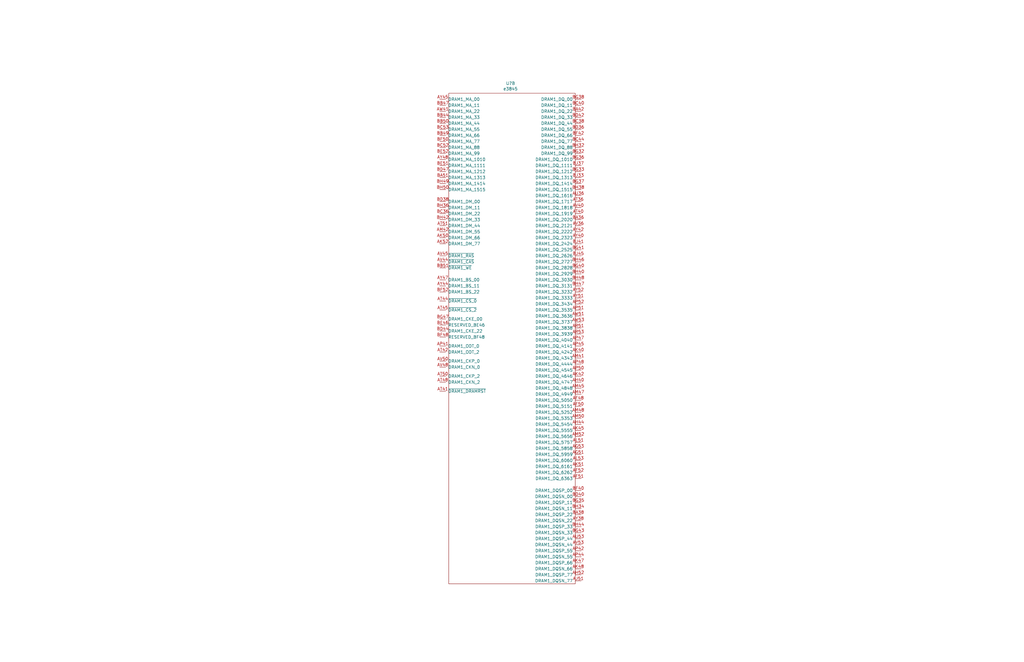
<source format=kicad_sch>
(kicad_sch (version 20231120) (generator "eeschema") (generator_version "8.0")
  (paper "B")
  (lib_symbols
    (symbol "intel_cpu:e3845" (pin_names (offset 1.016))
      (property "Reference" "U" (at 0 -1.27 0))
      (property "Value" "e3845" (at 0 -154.94 0))
      (symbol "e3845_1_1"
        (pin bidirectional line (at 22.86 -39.37 180) (length 2.54) (name "DRAM0_DQ_1313") (number "A33"))
        (pin bidirectional line (at 22.86 -34.29 180) (length 2.54) (name "DRAM0_DQ_1111") (number "A37"))
        (pin bidirectional line (at 22.86 -64.77 180) (length 2.54) (name "DRAM0_DQ_2424") (number "A41"))
        (pin bidirectional line (at 22.86 -69.85 180) (length 2.54) (name "DRAM0_DQ_2626") (number "A45"))
        (pin bidirectional line (at 22.86 -204.47 180) (length 2.54) (name "DRAM0_DQSN_77") (number "AA51"))
        (pin bidirectional line (at 22.86 -123.19 180) (length 2.54) (name "DARM0_DQ_4747") (number "AB40"))
        (pin input line (at -26.67 -148.59 0) (length 2.54) (name "DRAM_CORE_PWROK") (number "AB42"))
        (pin bidirectional line (at 22.86 -140.97 180) (length 2.54) (name "DRAM0_DQ_5454") (number "AB44"))
        (pin bidirectional line (at 22.86 -201.93 180) (length 2.54) (name "DRAM0_DQSP_77") (number "AB52"))
        (pin bidirectional line (at 22.86 -153.67 180) (length 2.54) (name "DRAM0_DQ_5959") (number "AC51"))
        (pin bidirectional line (at 22.86 -151.13 180) (length 2.54) (name "DRAM0_DQ_5858") (number "AC53"))
        (pin output line (at -25.4 -167.64 0) (length 2.54) (name "RESERVED_AD40") (number "AD40"))
        (pin output line (at -25.4 -170.18 0) (length 2.54) (name "RESERVED_AD41") (number "AD41"))
        (pin input line (at -26.67 -146.05 0) (length 2.54) (name "DRAM_VDD_S4_PWROK") (number "AD42"))
        (pin output line (at -25.4 -152.4 0) (length 2.54) (name "DRAM_RCOMP_00") (number "AD44"))
        (pin output line (at -25.4 -157.48 0) (length 2.54) (name "DRAM_RCOMP_22") (number "AD45"))
        (pin bidirectional line (at 22.86 -130.81 180) (length 2.54) (name "DRAM0_DQ_5050") (number "AD48"))
        (pin bidirectional line (at 22.86 -133.35 180) (length 2.54) (name "DRAM0_DQ_5151") (number "AD50"))
        (pin bidirectional line (at 22.86 -161.29 180) (length 2.54) (name "DRAM0_DQ_6262") (number "AD52"))
        (pin output line (at -25.4 -162.56 0) (length 2.54) (name "RESERVED_AF40") (number "AF40"))
        (pin output line (at -25.4 -165.1 0) (length 2.54) (name "RESERVED_AF41") (number "AF41"))
        (pin output line (at -26.67 -140.97 0) (length 2.54) (name "ICLK_DRAM_TERMN_AF42") (number "AF42"))
        (pin input line (at -25.4 -133.35 0) (length 2.54) (name "DRAM_VREF") (number "AF44"))
        (pin output line (at -25.4 -154.94 0) (length 2.54) (name "DRAM_RCOMP_11") (number "AF45"))
        (pin output line (at -26.67 -138.43 0) (length 2.54) (name "ICLK_DRAM_TERM_1") (number "AH42"))
        (pin bidirectional line (at 22.86 -26.67 180) (length 2.54) (name "DRAM0_DQ_88") (number "B32"))
        (pin bidirectional line (at 22.86 -173.99 180) (length 2.54) (name "DRAM0_DQSN_11") (number "B34"))
        (pin output line (at -25.4 -52.07 0) (length 2.54) (name "DRAM0_DM_11") (number "B36"))
        (pin bidirectional line (at 22.86 -44.45 180) (length 2.54) (name "DRAM0_DQ_1515") (number "B38"))
        (pin bidirectional line (at 22.86 -77.47 180) (length 2.54) (name "DRAM0_DQ_2929") (number "B40"))
        (pin output line (at -25.4 -57.15 0) (length 2.54) (name "DRAM0_DM_33") (number "B42"))
        (pin bidirectional line (at 22.86 -181.61 180) (length 2.54) (name "DRAM0_DQSP_33") (number "B44"))
        (pin bidirectional line (at 22.86 -72.39 180) (length 2.54) (name "DRAM0_DQ_2727") (number "B46"))
        (pin bidirectional line (at 22.86 -82.55 180) (length 2.54) (name "DRAM0_DQ_3131") (number "B47"))
        (pin bidirectional line (at 22.86 -80.01 180) (length 2.54) (name "DRAM0_DQ_3030") (number "B48"))
        (pin output line (at -25.4 -41.91 0) (length 2.54) (name "DRAM0_MA_1414") (number "B49"))
        (pin output line (at -25.4 -44.45 0) (length 2.54) (name "DRAM0_MA_1515") (number "B50"))
        (pin bidirectional line (at 22.86 -29.21 180) (length 2.54) (name "DRAM0_DQ09_C32") (number "C32"))
        (pin bidirectional line (at 22.86 -36.83 180) (length 2.54) (name "DRAM0_DQ_1212") (number "C33"))
        (pin bidirectional line (at 22.86 -171.45 180) (length 2.54) (name "DRAM0_DQSP_11") (number "C35"))
        (pin bidirectional line (at 22.86 -31.75 180) (length 2.54) (name "DRAM0_DQ_1010") (number "C36"))
        (pin bidirectional line (at 22.86 -41.91 180) (length 2.54) (name "DRAM0_DQ_1414") (number "C37"))
        (pin bidirectional line (at 22.86 -57.15 180) (length 2.54) (name "DRAM0_DQ_2121") (number "C38"))
        (pin bidirectional line (at 22.86 -74.93 180) (length 2.54) (name "DRAM0_DQ_2828") (number "C40"))
        (pin bidirectional line (at 22.86 -67.31 180) (length 2.54) (name "DRAM0_DQ_2525") (number "C41"))
        (pin bidirectional line (at 22.86 -184.15 180) (length 2.54) (name "DRAM0_DQSN_33") (number "C43"))
        (pin output line (at -25.4 -99.06 0) (length 2.54) (name "DRAM0_CKE_00") (number "C47"))
        (pin bidirectional line (at 22.86 -176.53 180) (length 2.54) (name "DRAM0_DQSP_22") (number "D40"))
        (pin bidirectional line (at 22.86 -62.23 180) (length 2.54) (name "DRAM0_DQ_2323") (number "D42"))
        (pin output line (at -25.4 -101.6 0) (length 2.54) (name "RESERVED_D48") (number "D48"))
        (pin output line (at -25.4 -24.13 0) (length 2.54) (name "DRAM0_MA_77") (number "D50"))
        (pin output line (at -25.4 -87.63 0) (length 2.54) (name "DRAM0_BS_22") (number "D52"))
        (pin output line (at -25.4 -106.68 0) (length 2.54) (name "RESERVED_E46") (number "E46"))
        (pin output line (at -25.4 -34.29 0) (length 2.54) (name "DRAM0_MA_1111") (number "E51"))
        (pin output line (at -25.4 -29.21 0) (length 2.54) (name "DRAM0_MA_99") (number "E52"))
        (pin bidirectional line (at 22.86 -46.99 180) (length 2.54) (name "DRAM0_DQ_1616") (number "F36"))
        (pin output line (at -25.4 -54.61 0) (length 2.54) (name "DRAM0_DM_22") (number "F38"))
        (pin bidirectional line (at 22.86 -179.07 180) (length 2.54) (name "DRAM0_DQSN_22") (number "F40"))
        (pin bidirectional line (at 22.86 -52.07 180) (length 2.54) (name "DRAM0_DQ_1919") (number "F42"))
        (pin output line (at -25.4 -104.14 0) (length 2.54) (name "DRAM0_CKE_22") (number "F44"))
        (pin output line (at -25.4 -36.83 0) (length 2.54) (name "DRAM0_MA_1212") (number "F47"))
        (pin output line (at -25.4 -49.53 0) (length 2.54) (name "DRAM0_DM_00") (number "G36"))
        (pin bidirectional line (at 22.86 -49.53 180) (length 2.54) (name "DRAM0_DQ_1717") (number "G38"))
        (pin bidirectional line (at 22.86 -54.61 180) (length 2.54) (name "DRAM0_DQ_2020") (number "G40"))
        (pin bidirectional line (at 22.86 -59.69 180) (length 2.54) (name "DRAM0_DQ_2222") (number "G44"))
        (pin output line (at -25.4 -26.67 0) (length 2.54) (name "DRAM0_MA_88") (number "G52"))
        (pin output line (at -25.4 -19.05 0) (length 2.54) (name "DRAM0_MA_55") (number "G53"))
        (pin output line (at -25.4 -13.97 0) (length 2.54) (name "DRAM0_MA_33") (number "H44"))
        (pin output line (at -25.4 -8.89 0) (length 2.54) (name "DRAM0_MA_11") (number "H47"))
        (pin output line (at -25.4 -21.59 0) (length 2.54) (name "DRAM0_MA_66") (number "H49"))
        (pin output line (at -25.4 -16.51 0) (length 2.54) (name "DRAM0_MA_44") (number "H50"))
        (pin output line (at -25.4 -77.47 0) (length 2.54) (name "~{DRAM0_WE}") (number "H51"))
        (pin bidirectional line (at 22.86 -8.89 180) (length 2.54) (name "DRAM0_DQ_11") (number "J36"))
        (pin bidirectional line (at 22.86 -166.37 180) (length 2.54) (name "DRAM0_DQSP_00") (number "J38"))
        (pin output line (at -25.4 -39.37 0) (length 2.54) (name "DRAM0_MA_1313") (number "J51"))
        (pin bidirectional line (at 22.86 -168.91 180) (length 2.54) (name "DRAM0_DQSN_00") (number "K38"))
        (pin bidirectional line (at 22.86 -21.59 180) (length 2.54) (name "DRAM0_DQ_66") (number "K40"))
        (pin bidirectional line (at 22.86 -24.13 180) (length 2.54) (name "DRAM0_DQ_77") (number "K42"))
        (pin output line (at -25.4 -85.09 0) (length 2.54) (name "DRAM0_BS_11") (number "K44"))
        (pin output line (at -25.4 -6.35 0) (length 2.54) (name "DRAM0_MA_00") (number "K45"))
        (pin output line (at -25.4 -82.55 0) (length 2.54) (name "DRAM0_BS_00") (number "K47"))
        (pin output line (at -25.4 -31.75 0) (length 2.54) (name "DRAM0_MA_1010") (number "K48"))
        (pin bidirectional line (at 22.86 -87.63 180) (length 2.54) (name "DRAM0_DQ_3333") (number "K51"))
        (pin bidirectional line (at 22.86 -85.09 180) (length 2.54) (name "DRAM0_DQ_3232") (number "K52"))
        (pin output line (at -25.4 -11.43 0) (length 2.54) (name "DRAM0_MA_22") (number "L41"))
        (pin bidirectional line (at 22.86 -95.25 180) (length 2.54) (name "DRAM0_DQ_3636") (number "L51"))
        (pin bidirectional line (at 22.86 -97.79 180) (length 2.54) (name "DRAM0_DQ_3737") (number "L53"))
        (pin bidirectional line (at 22.86 -6.35 180) (length 2.54) (name "DRAM0_DQ_00") (number "M36"))
        (pin bidirectional line (at 22.86 -13.97 180) (length 2.54) (name "DRAM0_DQ_33") (number "M40"))
        (pin output line (at -25.4 -74.93 0) (length 2.54) (name "~{DRAM0_CAS}") (number "M44"))
        (pin output line (at -25.4 -72.39 0) (length 2.54) (name "~{DRAM0_RAS}") (number "M45"))
        (pin output line (at -25.4 -119.38 0) (length 2.54) (name "DRAM0_CKN_0") (number "M48"))
        (pin output line (at -25.4 -116.84 0) (length 2.54) (name "DRAM0_CKP_0") (number "M50"))
        (pin bidirectional line (at 22.86 -189.23 180) (length 2.54) (name "DRAM0_DQSN_44") (number "M52"))
        (pin bidirectional line (at 22.86 -19.05 180) (length 2.54) (name "DRAM0_DQ_55") (number "N36"))
        (pin bidirectional line (at 22.86 -186.69 180) (length 2.54) (name "DRAM0_DQSP_44") (number "N53"))
        (pin bidirectional line (at 22.86 -16.51 180) (length 2.54) (name "DRAM0_DQ_44") (number "P36"))
        (pin bidirectional line (at 22.86 -11.43 180) (length 2.54) (name "DRAM0_DQ_22") (number "P40"))
        (pin output line (at -25.4 -129.54 0) (length 2.54) (name "~{DRAM0_DRAMRST}") (number "P41"))
        (pin output line (at -25.4 -113.03 0) (length 2.54) (name "DRAM0_ODT_2") (number "P42"))
        (pin output line (at -25.4 -92.71 0) (length 2.54) (name "~{DRAM0_CS_0}") (number "P44"))
        (pin output line (at -25.4 -95.25 0) (length 2.54) (name "~{DRAM0_CS_2}") (number "P45"))
        (pin output line (at -25.4 -125.73 0) (length 2.54) (name "DRAM0_CKN_2") (number "P48"))
        (pin output line (at -25.4 -123.19 0) (length 2.54) (name "DRAM0_CKP_2") (number "P50"))
        (pin output line (at -25.4 -59.69 0) (length 2.54) (name "DRAM0_DM_44") (number "P51"))
        (pin bidirectional line (at 22.86 -100.33 180) (length 2.54) (name "DRAM0_DQ_3838") (number "R51"))
        (pin bidirectional line (at 22.86 -102.87 180) (length 2.54) (name "DRAM0_DQ_3939") (number "R53"))
        (pin output line (at -25.4 -110.49 0) (length 2.54) (name "DRAM0_ODT_0") (number "T41"))
        (pin bidirectional line (at 22.86 -191.77 180) (length 2.54) (name "DRAM0_DQSP_55") (number "T42"))
        (pin bidirectional line (at 22.86 -194.31 180) (length 2.54) (name "DRAM0_DQSN_55") (number "T44"))
        (pin bidirectional line (at 22.86 -107.95 180) (length 2.54) (name "DRAM0_DQ_4141") (number "T45"))
        (pin bidirectional line (at 22.86 -105.41 180) (length 2.54) (name "DRAM0_DQ_4040") (number "T47"))
        (pin bidirectional line (at 22.86 -115.57 180) (length 2.54) (name "DRAM0_DQ_4444") (number "T48"))
        (pin bidirectional line (at 22.86 -118.11 180) (length 2.54) (name "DRAM0_DQ_4545") (number "T50"))
        (pin bidirectional line (at 22.86 -92.71 180) (length 2.54) (name "DRAM0_DQ_3535") (number "T51"))
        (pin bidirectional line (at 22.86 -90.17 180) (length 2.54) (name "DRAM0_DQ_3434") (number "T52"))
        (pin bidirectional line (at 22.86 -113.03 180) (length 2.54) (name "DRAM0_DQ_4343") (number "V41"))
        (pin output line (at -25.4 -62.23 0) (length 2.54) (name "DRAM0_DM_55") (number "V42"))
        (pin bidirectional line (at 22.86 -125.73 180) (length 2.54) (name "DRAM0_DQ_4848") (number "V45"))
        (pin bidirectional line (at 22.86 -128.27 180) (length 2.54) (name "DRAM0_DQ_4949") (number "V47"))
        (pin bidirectional line (at 22.86 -135.89 180) (length 2.54) (name "DRAM0_DQ_5252") (number "V48"))
        (pin bidirectional line (at 22.86 -138.43 180) (length 2.54) (name "DRAM0_DQ_5353") (number "V50"))
        (pin bidirectional line (at 22.86 -146.05 180) (length 2.54) (name "DRAM0_DQ_5656") (number "V52"))
        (pin bidirectional line (at 22.86 -148.59 180) (length 2.54) (name "DRAM0_DQ_5757") (number "W51"))
        (pin bidirectional line (at 22.86 -156.21 180) (length 2.54) (name "DRAM0_DQ_6060") (number "W53"))
        (pin bidirectional line (at 22.86 -110.49 180) (length 2.54) (name "DRAM0_DQ_4242") (number "Y40"))
        (pin bidirectional line (at 22.86 -120.65 180) (length 2.54) (name "DRAM0_DQ_4646") (number "Y42"))
        (pin bidirectional line (at 22.86 -143.51 180) (length 2.54) (name "DRAM0_DQ_5555") (number "Y45"))
        (pin bidirectional line (at 22.86 -196.85 180) (length 2.54) (name "DRAM0_DQSP_66") (number "Y47"))
        (pin bidirectional line (at 22.86 -199.39 180) (length 2.54) (name "DRAM0_DQSN_66") (number "Y48"))
        (pin output line (at -25.4 -64.77 0) (length 2.54) (name "DRAM0_DM_66") (number "Y50"))
        (pin bidirectional line (at 22.86 -158.75 180) (length 2.54) (name "DRAM0_DQ_6161") (number "Y51"))
        (pin output line (at -25.4 -67.31 0) (length 2.54) (name "DRAM0_DM_77") (number "Y52"))
      )
      (symbol "e3845_2_1"
        (pin bidirectional line (at 26.67 -133.35 180) (length 2.54) (name "DRAM1_DQ_5050") (number "AF48"))
        (pin bidirectional line (at 26.67 -135.89 180) (length 2.54) (name "DRAM1_DQ_5151") (number "AF50"))
        (pin bidirectional line (at 26.67 -166.37 180) (length 2.54) (name "DRAM1_DQ_6363") (number "AF51"))
        (pin bidirectional line (at 26.67 -163.83 180) (length 2.54) (name "DRAM1_DQ_6262") (number "AF52"))
        (pin bidirectional line (at 26.67 -156.21 180) (length 2.54) (name "DRAM1_DQ_5959") (number "AG51"))
        (pin bidirectional line (at 26.67 -153.67 180) (length 2.54) (name "DRAM1_DQ_5858") (number "AG53"))
        (pin bidirectional line (at 26.67 -125.73 180) (length 2.54) (name "DRAM1_DQ_4747") (number "AH40"))
        (pin bidirectional line (at 26.67 -143.51 180) (length 2.54) (name "DRAM1_DQ_5454") (number "AH44"))
        (pin bidirectional line (at 26.67 -207.01 180) (length 2.54) (name "DRAM1_DQSP_77") (number "AH52"))
        (pin bidirectional line (at 26.67 -209.55 180) (length 2.54) (name "DRAM1_DQSN_77") (number "AJ51"))
        (pin bidirectional line (at 26.67 -113.03 180) (length 2.54) (name "DRAM1_DQ_4242") (number "AK40"))
        (pin bidirectional line (at 26.67 -123.19 180) (length 2.54) (name "DRAM1_DQ_4646") (number "AK42"))
        (pin bidirectional line (at 26.67 -146.05 180) (length 2.54) (name "DRAM1_DQ_5555") (number "AK45"))
        (pin bidirectional line (at 26.67 -201.93 180) (length 2.54) (name "DRAM1_DQSP_66") (number "AK47"))
        (pin bidirectional line (at 26.67 -204.47 180) (length 2.54) (name "DRAM1_DQSN_66") (number "AK48"))
        (pin output line (at -33.02 -64.77 0) (length 2.54) (name "DRAM1_DM_66") (number "AK50"))
        (pin bidirectional line (at 26.67 -161.29 180) (length 2.54) (name "DRAM1_DQ_6161") (number "AK51"))
        (pin output line (at -33.02 -67.31 0) (length 2.54) (name "DRAM1_DM_77") (number "AK52"))
        (pin bidirectional line (at 26.67 -151.13 180) (length 2.54) (name "DRAM1_DQ_5757") (number "AL51"))
        (pin bidirectional line (at 26.67 -158.75 180) (length 2.54) (name "DRAM1_DQ_6060") (number "AL53"))
        (pin bidirectional line (at 26.67 -115.57 180) (length 2.54) (name "DRAM1_DQ_4343") (number "AM41"))
        (pin output line (at -33.02 -62.23 0) (length 2.54) (name "DRAM1_DM_55") (number "AM42"))
        (pin bidirectional line (at 26.67 -128.27 180) (length 2.54) (name "DRAM1_DQ_4848") (number "AM45"))
        (pin bidirectional line (at 26.67 -130.81 180) (length 2.54) (name "DRAM1_DQ_4949") (number "AM47"))
        (pin bidirectional line (at 26.67 -138.43 180) (length 2.54) (name "DRAM1_DQ_5252") (number "AM48"))
        (pin bidirectional line (at 26.67 -140.97 180) (length 2.54) (name "DRAM1_DQ_5353") (number "AM50"))
        (pin bidirectional line (at 26.67 -148.59 180) (length 2.54) (name "DRAM1_DQ_5656") (number "AM52"))
        (pin output line (at -33.02 -110.49 0) (length 2.54) (name "DRAM1_ODT_0") (number "AP41"))
        (pin bidirectional line (at 26.67 -196.85 180) (length 2.54) (name "DRAM1_DQSP_55") (number "AP42"))
        (pin bidirectional line (at 26.67 -199.39 180) (length 2.54) (name "DRAM1_DQSN_55") (number "AP44"))
        (pin bidirectional line (at 26.67 -110.49 180) (length 2.54) (name "DRAM1_DQ_4141") (number "AP45"))
        (pin bidirectional line (at 26.67 -107.95 180) (length 2.54) (name "DRAM1_DQ_4040") (number "AP47"))
        (pin bidirectional line (at 26.67 -118.11 180) (length 2.54) (name "DRAM1_DQ_4444") (number "AP48"))
        (pin bidirectional line (at 26.67 -120.65 180) (length 2.54) (name "DRAM1_DQ_4545") (number "AP50"))
        (pin bidirectional line (at 26.67 -95.25 180) (length 2.54) (name "DRAM1_DQ_3535") (number "AP51"))
        (pin bidirectional line (at 26.67 -92.71 180) (length 2.54) (name "DRAM1_DQ_3434") (number "AP52"))
        (pin bidirectional line (at 26.67 -102.87 180) (length 2.54) (name "DRAM1_DQ_3838") (number "AR51"))
        (pin bidirectional line (at 26.67 -105.41 180) (length 2.54) (name "DRAM1_DQ_3939") (number "AR53"))
        (pin bidirectional line (at 26.67 -49.53 180) (length 2.54) (name "DRAM1_DQ_1717") (number "AT36"))
        (pin bidirectional line (at 26.67 -54.61 180) (length 2.54) (name "DRAM1_DQ_1919") (number "AT40"))
        (pin output line (at -33.02 -129.54 0) (length 2.54) (name "~{DRAM1_DRAMRST}") (number "AT41"))
        (pin output line (at -33.02 -113.03 0) (length 2.54) (name "DRAM1_ODT_2") (number "AT42"))
        (pin output line (at -33.02 -91.44 0) (length 2.54) (name "~{DRAM1_CS_0}") (number "AT44"))
        (pin output line (at -33.02 -95.25 0) (length 2.54) (name "~{DRAM1_CS_2}") (number "AT45"))
        (pin output line (at -33.02 -125.73 0) (length 2.54) (name "DRAM1_CKN_2") (number "AT48"))
        (pin output line (at -33.02 -123.19 0) (length 2.54) (name "DRAM1_CKP_2") (number "AT50"))
        (pin output line (at -33.02 -59.69 0) (length 2.54) (name "DRAM1_DM_44") (number "AT51"))
        (pin bidirectional line (at 26.67 -46.99 180) (length 2.54) (name "DRAM1_DQ_1616") (number "AU36"))
        (pin bidirectional line (at 26.67 -191.77 180) (length 2.54) (name "DRAM1_DQSP_44") (number "AU53"))
        (pin bidirectional line (at 26.67 -59.69 180) (length 2.54) (name "DRAM1_DQ_2121") (number "AV36"))
        (pin bidirectional line (at 26.67 -52.07 180) (length 2.54) (name "DRAM1_DQ_1818") (number "AV40"))
        (pin output line (at -33.02 -74.93 0) (length 2.54) (name "~{DRAM1_CAS}") (number "AV44"))
        (pin output line (at -33.02 -72.39 0) (length 2.54) (name "~{DRAM1_RAS}") (number "AV45"))
        (pin output line (at -33.02 -119.38 0) (length 2.54) (name "DRAM1_CKN_0") (number "AV48"))
        (pin output line (at -33.02 -116.84 0) (length 2.54) (name "DRAM1_CKP_0") (number "AV50"))
        (pin bidirectional line (at 26.67 -194.31 180) (length 2.54) (name "DRAM1_DQSN_44") (number "AV53"))
        (pin output line (at -33.02 -11.43 0) (length 2.54) (name "DRAM1_MA_22") (number "AW41"))
        (pin bidirectional line (at 26.67 -97.79 180) (length 2.54) (name "DRAM1_DQ_3636") (number "AW51"))
        (pin bidirectional line (at 26.67 -100.33 180) (length 2.54) (name "DRAM1_DQ_3737") (number "AW53"))
        (pin bidirectional line (at 26.67 -184.15 180) (length 2.54) (name "DRAM1_DQSN_22") (number "AY38"))
        (pin bidirectional line (at 26.67 -64.77 180) (length 2.54) (name "DRAM1_DQ_2323") (number "AY40"))
        (pin bidirectional line (at 26.67 -62.23 180) (length 2.54) (name "DRAM1_DQ_2222") (number "AY42"))
        (pin output line (at -33.02 -85.09 0) (length 2.54) (name "DRAM1_BS_11") (number "AY44"))
        (pin output line (at -33.02 -6.35 0) (length 2.54) (name "DRAM1_MA_00") (number "AY45"))
        (pin output line (at -33.02 -82.55 0) (length 2.54) (name "DRAM1_BS_00") (number "AY47"))
        (pin output line (at -33.02 -31.75 0) (length 2.54) (name "DRAM1_MA_1010") (number "AY48"))
        (pin bidirectional line (at 26.67 -90.17 180) (length 2.54) (name "DRAM1_DQ_3333") (number "AY51"))
        (pin bidirectional line (at 26.67 -87.63 180) (length 2.54) (name "DRAM1_DQ_3232") (number "AY52"))
        (pin bidirectional line (at 26.67 -57.15 180) (length 2.54) (name "DRAM1_DQ_2020") (number "BA36"))
        (pin bidirectional line (at 26.67 -181.61 180) (length 2.54) (name "DRAM1_DQSP_22") (number "BA38"))
        (pin bidirectional line (at 26.67 -11.43 180) (length 2.54) (name "DRAM1_DQ_22") (number "BA42"))
        (pin output line (at -33.02 -39.37 0) (length 2.54) (name "DRAM1_MA_1313") (number "BA51"))
        (pin output line (at -33.02 -13.97 0) (length 2.54) (name "DRAM1_MA_33") (number "BB44"))
        (pin output line (at -33.02 -8.89 0) (length 2.54) (name "DRAM1_MA_11") (number "BB47"))
        (pin output line (at -33.02 -21.59 0) (length 2.54) (name "DRAM1_MA_66") (number "BB49"))
        (pin output line (at -33.02 -16.51 0) (length 2.54) (name "DRAM1_MA_44") (number "BB50"))
        (pin output line (at -33.02 -77.47 0) (length 2.54) (name "~{DRAM1_WE}") (number "BB51"))
        (pin output line (at -33.02 -54.61 0) (length 2.54) (name "DRAM1_DM_22") (number "BC36"))
        (pin bidirectional line (at 26.67 -16.51 180) (length 2.54) (name "DRAM1_DQ_44") (number "BC38"))
        (pin bidirectional line (at 26.67 -8.89 180) (length 2.54) (name "DRAM1_DQ_11") (number "BC40"))
        (pin bidirectional line (at 26.67 -24.13 180) (length 2.54) (name "DRAM1_DQ_77") (number "BC44"))
        (pin output line (at -33.02 -26.67 0) (length 2.54) (name "DRAM1_MA_88") (number "BC52"))
        (pin output line (at -33.02 -19.05 0) (length 2.54) (name "DRAM1_MA_55") (number "BC53"))
        (pin bidirectional line (at 26.67 -19.05 180) (length 2.54) (name "DRAM1_DQ_55") (number "BD36"))
        (pin output line (at -33.02 -49.53 0) (length 2.54) (name "DRAM1_DM_00") (number "BD38"))
        (pin bidirectional line (at 26.67 -173.99 180) (length 2.54) (name "DRAM1_DQSN_00") (number "BD40"))
        (pin bidirectional line (at 26.67 -13.97 180) (length 2.54) (name "DRAM1_DQ_33") (number "BD42"))
        (pin output line (at -33.02 -104.14 0) (length 2.54) (name "DRAM1_CKE_22") (number "BD44"))
        (pin output line (at -33.02 -36.83 0) (length 2.54) (name "DRAM1_MA_1212") (number "BD47"))
        (pin output line (at -33.02 -101.6 0) (length 2.54) (name "RESERVED_BE46") (number "BE46"))
        (pin output line (at -33.02 -34.29 0) (length 2.54) (name "DRAM1_MA_1111") (number "BE51"))
        (pin output line (at -33.02 -29.21 0) (length 2.54) (name "DRAM1_MA_99") (number "BE52"))
        (pin bidirectional line (at 26.67 -171.45 180) (length 2.54) (name "DRAM1_DQSP_00") (number "BF40"))
        (pin bidirectional line (at 26.67 -21.59 180) (length 2.54) (name "DRAM1_DQ_66") (number "BF42"))
        (pin output line (at -33.02 -106.68 0) (length 2.54) (name "RESERVED_BF48") (number "BF48"))
        (pin output line (at -33.02 -24.13 0) (length 2.54) (name "DRAM1_MA_77") (number "BF50"))
        (pin output line (at -33.02 -87.63 0) (length 2.54) (name "DRAM1_BS_22") (number "BF52"))
        (pin bidirectional line (at 26.67 -29.21 180) (length 2.54) (name "DRAM1_DQ_99") (number "BG32"))
        (pin bidirectional line (at 26.67 -36.83 180) (length 2.54) (name "DRAM1_DQ_1212") (number "BG33"))
        (pin bidirectional line (at 26.67 -176.53 180) (length 2.54) (name "DRAM1_DQSP_11") (number "BG35"))
        (pin bidirectional line (at 26.67 -31.75 180) (length 2.54) (name "DRAM1_DQ_1010") (number "BG36"))
        (pin bidirectional line (at 26.67 -41.91 180) (length 2.54) (name "DRAM1_DQ_1414") (number "BG37"))
        (pin bidirectional line (at 26.67 -6.35 180) (length 2.54) (name "DRAM1_DQ_00") (number "BG38"))
        (pin bidirectional line (at 26.67 -77.47 180) (length 2.54) (name "DRAM1_DQ_2828") (number "BG40"))
        (pin bidirectional line (at 26.67 -69.85 180) (length 2.54) (name "DRAM1_DQ_2525") (number "BG41"))
        (pin bidirectional line (at 26.67 -189.23 180) (length 2.54) (name "DRAM1_DQSN_33") (number "BG43"))
        (pin output line (at -33.02 -99.06 0) (length 2.54) (name "DRAM1_CKE_00") (number "BG47"))
        (pin bidirectional line (at 26.67 -26.67 180) (length 2.54) (name "DRAM1_DQ_88") (number "BH32"))
        (pin bidirectional line (at 26.67 -179.07 180) (length 2.54) (name "DRAM1_DQSN_11") (number "BH34"))
        (pin output line (at -33.02 -52.07 0) (length 2.54) (name "DRAM1_DM_11") (number "BH36"))
        (pin bidirectional line (at 26.67 -44.45 180) (length 2.54) (name "DRAM1_DQ_1515") (number "BH38"))
        (pin bidirectional line (at 26.67 -80.01 180) (length 2.54) (name "DRAM1_DQ_2929") (number "BH40"))
        (pin output line (at -33.02 -57.15 0) (length 2.54) (name "DRAM1_DM_33") (number "BH42"))
        (pin bidirectional line (at 26.67 -186.69 180) (length 2.54) (name "DRAM1_DQSP_33") (number "BH44"))
        (pin bidirectional line (at 26.67 -74.93 180) (length 2.54) (name "DRAM1_DQ_2727") (number "BH46"))
        (pin bidirectional line (at 26.67 -85.09 180) (length 2.54) (name "DRAM1_DQ_3131") (number "BH47"))
        (pin bidirectional line (at 26.67 -82.55 180) (length 2.54) (name "DRAM1_DQ_3030") (number "BH48"))
        (pin output line (at -33.02 -41.91 0) (length 2.54) (name "DRAM1_MA_1414") (number "BH49"))
        (pin output line (at -33.02 -44.45 0) (length 2.54) (name "DRAM1_MA_1515") (number "BH50"))
        (pin bidirectional line (at 26.67 -39.37 180) (length 2.54) (name "DRAM1_DQ_1313") (number "BJ33"))
        (pin bidirectional line (at 26.67 -34.29 180) (length 2.54) (name "DRAM1_DQ_1111") (number "BJ37"))
        (pin bidirectional line (at 26.67 -67.31 180) (length 2.54) (name "DRAM1_DQ_2424") (number "BJ41"))
        (pin bidirectional line (at 26.67 -72.39 180) (length 2.54) (name "DRAM1_DQ_2626") (number "BJ45"))
      )
      (symbol "e3845_3_1"
        (pin input line (at -25.4 -120.65 0) (length 2.54) (name "RESERVED_A29") (number "A29"))
        (pin input line (at 26.67 -102.87 180) (length 2.54) (name "RESERVED_AB12") (number "AB12"))
        (pin input line (at 26.67 -100.33 180) (length 2.54) (name "RESERVED_AB13") (number "AB13"))
        (pin input line (at -25.4 -125.73 0) (length 2.54) (name "RESERVED_AB14") (number "AB14"))
        (pin input line (at -25.4 -77.47 0) (length 2.54) (name "RESERVED_AB2") (number "AB2"))
        (pin input line (at -25.4 -74.93 0) (length 2.54) (name "RESERVED_AB3") (number "AB3"))
        (pin input line (at -25.4 -107.95 0) (length 2.54) (name "RESERVED_AB7") (number "AB7"))
        (pin input line (at -25.4 -105.41 0) (length 2.54) (name "RESERVED_AB9") (number "AB9"))
        (pin output line (at 26.67 -22.86 180) (length 2.54) (name "DDI1_TXN_3") (number "AC1"))
        (pin output line (at 26.67 -20.32 180) (length 2.54) (name "DDI1_TXP_3") (number "AC3"))
        (pin output line (at 26.67 -17.78 180) (length 2.54) (name "DDI1_TXN_2") (number "AD2"))
        (pin output line (at 26.67 -15.24 180) (length 2.54) (name "DDI1_TXP_2") (number "AD3"))
        (pin input line (at -25.4 -102.87 0) (length 2.54) (name "RESERVED_AD4") (number "AD4"))
        (pin input line (at -25.4 -100.33 0) (length 2.54) (name "RESERVED_AD6") (number "AD6"))
        (pin input line (at 26.67 -59.69 180) (length 2.54) (name "RESERVED_AF13") (number "AF13"))
        (pin input line (at 26.67 -57.15 180) (length 2.54) (name "RESERVED_AF14") (number "AF14"))
        (pin output line (at 26.67 -12.7 180) (length 2.54) (name "DDI1_TXN_1") (number "AF2"))
        (pin output line (at 26.67 -10.16 180) (length 2.54) (name "DDI1_TXP_1") (number "AF3"))
        (pin output line (at 26.67 -7.62 180) (length 2.54) (name "DDI1_TXN_0") (number "AG1"))
        (pin output line (at 26.67 -5.08 180) (length 2.54) (name "DDI1_TXP_0") (number "AG3"))
        (pin input line (at 26.67 -54.61 180) (length 2.54) (name "RESERVED_AH13") (number "AH13"))
        (pin input line (at 26.67 -52.07 180) (length 2.54) (name "RESERVED_AH14") (number "AH14"))
        (pin input line (at 26.67 -64.77 180) (length 2.54) (name "RESERVED_VSS3") (number "AH2"))
        (pin input line (at 26.67 -62.23 180) (length 2.54) (name "RESERVED_VSS2") (number "AH3"))
        (pin input line (at -25.4 -54.61 0) (length 2.54) (name "DDI0_RCOMP_P") (number "AK12"))
        (pin input line (at -25.4 -52.07 0) (length 2.54) (name "~{DDI0_RCOMP}") (number "AK13"))
        (pin bidirectional line (at 26.67 -29.21 180) (length 2.54) (name "DDI1_AUXN") (number "AK2"))
        (pin bidirectional line (at 26.67 -26.67 180) (length 2.54) (name "DDI1_AUXP") (number "AK3"))
        (pin bidirectional line (at -25.4 -29.21 0) (length 2.54) (name "DDI0_AUXN") (number "AL1"))
        (pin bidirectional line (at -25.4 -26.67 0) (length 2.54) (name "DDI0_AUXP") (number "AL3"))
        (pin input line (at -25.4 -59.69 0) (length 2.54) (name "RESERVED_AM13") (number "AM13"))
        (pin input line (at -25.4 -57.15 0) (length 2.54) (name "RESERVED_AM14") (number "AM14"))
        (pin input line (at -25.4 -64.77 0) (length 2.54) (name "RESERVED_VSS1") (number "AM2"))
        (pin input line (at -25.4 -62.23 0) (length 2.54) (name "RESERVED_VSS0") (number "AM3"))
        (pin output line (at -25.4 -22.86 0) (length 2.54) (name "DDI0_TXN_3") (number "AP2"))
        (pin output line (at -25.4 -20.32 0) (length 2.54) (name "DDI0_TXP_3") (number "AP3"))
        (pin output line (at -25.4 -17.78 0) (length 2.54) (name "DDI0_TXN_2") (number "AR1"))
        (pin output line (at -25.4 -15.24 0) (length 2.54) (name "DDI0_TXP_2") (number "AR3"))
        (pin output line (at -25.4 -10.16 0) (length 2.54) (name "DDI0_TXP_1") (number "AT2"))
        (pin output line (at -25.4 -12.7 0) (length 2.54) (name "DDI0_TXN_1") (number "AT3"))
        (pin output line (at -25.4 -7.62 0) (length 2.54) (name "DDI0_TXN_0") (number "AV2"))
        (pin output line (at -25.4 -5.08 0) (length 2.54) (name "DDI0_TXP_0") (number "AV3"))
        (pin input line (at 26.67 -76.2 180) (length 2.54) (name "VGA_IREF") (number "AW1"))
        (pin output line (at 26.67 -71.12 180) (length 2.54) (name "VGA_BLUE") (number "AY2"))
        (pin input line (at 26.67 -78.74 180) (length 2.54) (name "VGA_IRTN") (number "AY3"))
        (pin output line (at -25.4 -48.26 0) (length 2.54) (name "DDI0_BKLTCTL") (number "B26"))
        (pin output line (at -25.4 -43.18 0) (length 2.54) (name "DDI0_VDDEN") (number "B28"))
        (pin input line (at -25.4 -128.27 0) (length 2.54) (name "GPIO_S0_NC12") (number "B30"))
        (pin output line (at 26.67 -73.66 180) (length 2.54) (name "VGA_GREEN") (number "BA1"))
        (pin output line (at 26.67 -68.58 180) (length 2.54) (name "VGA_RED") (number "BA3"))
        (pin bidirectional line (at 26.67 -88.9 180) (length 2.54) (name "VGA_DDCCLK") (number "BC1"))
        (pin bidirectional line (at 26.67 -91.44 180) (length 2.54) (name "VGA_DDCDATA") (number "BC2"))
        (pin output line (at 26.67 -82.55 180) (length 2.54) (name "VGA_HSYNC") (number "BD2"))
        (pin output line (at 26.67 -85.09 180) (length 2.54) (name "VGA_VSYNC") (number "BF2"))
        (pin bidirectional line (at -25.4 -36.83 0) (length 2.54) (name "DDI0_DDCDATA") (number "C26"))
        (pin output line (at -25.4 -45.72 0) (length 2.54) (name "DDI0_BKLTEN") (number "C27"))
        (pin input line (at -25.4 -39.37 0) (length 2.54) (name "DDI0_DDCCLK") (number "C28"))
        (pin input line (at -25.4 -123.19 0) (length 2.54) (name "RESERVED_C29") (number "C29"))
        (pin input line (at -25.4 -130.81 0) (length 2.54) (name "RESERVED_C30") (number "C30"))
        (pin input line (at -25.4 -33.02 0) (length 2.54) (name "DDI0_HPD") (number "D27"))
        (pin input line (at 26.67 -162.56 180) (length 2.54) (name "RESERVED_D28") (number "D28"))
        (pin input line (at 26.67 -142.24 180) (length 2.54) (name "RESERVED_D32") (number "D32"))
        (pin input line (at 26.67 -157.48 180) (length 2.54) (name "RESERVED_D34") (number "D34"))
        (pin input line (at 26.67 -152.4 180) (length 2.54) (name "RESERVED_F28") (number "F28"))
        (pin input line (at 26.67 -154.94 180) (length 2.54) (name "RESERVED_F32") (number "F32"))
        (pin input line (at 26.67 -167.64 180) (length 2.54) (name "RESERVED_F34") (number "F34"))
        (pin bidirectional line (at 26.67 -39.37 180) (length 2.54) (name "DDI1_DDCCLK") (number "G30"))
        (pin input line (at 26.67 -160.02 180) (length 2.54) (name "RESERVED_J28") (number "J28"))
        (pin output line (at 26.67 -45.72 180) (length 2.54) (name "DDI1_BKLTEN") (number "J30"))
        (pin input line (at 26.67 -147.32 180) (length 2.54) (name "RESERVED_J34") (number "J34"))
        (pin input line (at 26.67 -149.86 180) (length 2.54) (name "RESERVED_K28") (number "K28"))
        (pin input line (at 26.67 -33.02 180) (length 2.54) (name "DDI1_HPD") (number "K30"))
        (pin input line (at 26.67 -139.7 180) (length 2.54) (name "RESERVED_K34") (number "K34"))
        (pin output line (at 26.67 -48.26 180) (length 2.54) (name "DDI1_BKLTCTL") (number "M30"))
        (pin input line (at 26.67 -165.1 180) (length 2.54) (name "RESERVED_M32") (number "M32"))
        (pin output line (at 26.67 -43.18 180) (length 2.54) (name "DDI1_VDDEN") (number "N30"))
        (pin input line (at 26.67 -144.78 180) (length 2.54) (name "RESERVED_N32") (number "N32"))
        (pin input line (at 26.67 -135.89 180) (length 2.54) (name "RESERVED_P14") (number "P14"))
        (pin bidirectional line (at 26.67 -36.83 180) (length 2.54) (name "DDI1_DDCDATA") (number "P30"))
        (pin input line (at -25.4 -97.79 0) (length 2.54) (name "RESERVED_R1") (number "R1"))
        (pin input line (at -25.4 -95.25 0) (length 2.54) (name "RESERVED_R3") (number "R3"))
        (pin input line (at 26.67 -118.11 180) (length 2.54) (name "RESERVED_T10") (number "T10"))
        (pin input line (at 26.67 -115.57 180) (length 2.54) (name "RESERVED_T12") (number "T12"))
        (pin input line (at 26.67 -128.27 180) (length 2.54) (name "RESERVED_T13") (number "T13"))
        (pin input line (at 26.67 -125.73 180) (length 2.54) (name "RESERVED_T14") (number "T14"))
        (pin input line (at -25.4 -69.85 0) (length 2.54) (name "RESERVED_T2") (number "T2"))
        (pin input line (at -25.4 -72.39 0) (length 2.54) (name "RESERVED_T3") (number "T3"))
        (pin input line (at 26.67 -133.35 180) (length 2.54) (name "RESERVED_T4") (number "T4"))
        (pin input line (at 26.67 -130.81 180) (length 2.54) (name "RESERVED_T6") (number "T6"))
        (pin input line (at 26.67 -95.25 180) (length 2.54) (name "RESERVED_T7") (number "T7"))
        (pin input line (at 26.67 -97.79 180) (length 2.54) (name "RESERVED_T9") (number "T9"))
        (pin input line (at 26.67 -110.49 180) (length 2.54) (name "RESERVED_V10") (number "V10"))
        (pin input line (at 26.67 -123.19 180) (length 2.54) (name "RESERVED_V13") (number "V13"))
        (pin input line (at 26.67 -120.65 180) (length 2.54) (name "RESERVED_V14") (number "V14"))
        (pin input line (at -25.4 -90.17 0) (length 2.54) (name "RESERVED_V2") (number "V2"))
        (pin input line (at -25.4 -92.71 0) (length 2.54) (name "RESERVED_V3") (number "V3"))
        (pin input line (at -25.4 -115.57 0) (length 2.54) (name "RESERVED_V4") (number "V4"))
        (pin input line (at -25.4 -118.11 0) (length 2.54) (name "RESERVED_V6") (number "V6"))
        (pin input line (at 26.67 -113.03 180) (length 2.54) (name "RESERVED_V9") (number "V9"))
        (pin input line (at -25.4 -87.63 0) (length 2.54) (name "RESERVED_W1") (number "W1"))
        (pin input line (at -25.4 -85.09 0) (length 2.54) (name "RESERVED_W3") (number "W3"))
        (pin input line (at 26.67 -105.41 180) (length 2.54) (name "RESERVED_Y12") (number "Y12"))
        (pin input line (at 26.67 -107.95 180) (length 2.54) (name "RESERVED_Y13") (number "Y13"))
        (pin input line (at -25.4 -82.55 0) (length 2.54) (name "RESERVED_Y2") (number "Y2"))
        (pin input line (at -25.4 -80.01 0) (length 2.54) (name "RESERVED_Y3") (number "Y3"))
        (pin input line (at -25.4 -110.49 0) (length 2.54) (name "RESERVED_Y4") (number "Y4"))
        (pin input line (at -25.4 -113.03 0) (length 2.54) (name "RESERVED_Y6") (number "Y6"))
      )
      (symbol "e3845_4_1"
        (pin input line (at 29.21 -142.24 180) (length 2.54) (name "RESERVED_AK7") (number "AK7"))
        (pin input line (at 29.21 -139.7 180) (length 2.54) (name "RESERVED_AK9") (number "AK9"))
        (pin input line (at 29.21 -44.45 180) (length 2.54) (name "PCIE_RXN_2") (number "AP10"))
        (pin input line (at 29.21 -41.91 180) (length 2.54) (name "PCIE_RXP_2") (number "AP12"))
        (pin input line (at 29.21 -83.82 180) (length 2.54) (name "PCIE_RCOMP_N_AP13_AP13") (number "AP13"))
        (pin input line (at 29.21 -81.28 180) (length 2.54) (name "PCIE_RCOMP_P_AP14_AP14") (number "AP14"))
        (pin output line (at 29.21 -48.26 180) (length 2.54) (name "PCIE_TXP_3") (number "AP6"))
        (pin input line (at 29.21 -57.15 180) (length 2.54) (name "PCIE_RXN_3") (number "AP7"))
        (pin output line (at 29.21 -50.8 180) (length 2.54) (name "PCIE_TXN_3") (number "AP7"))
        (pin input line (at 29.21 -54.61 180) (length 2.54) (name "PCIE_RXP_3") (number "AP9"))
        (pin input line (at 29.21 -29.21 180) (length 2.54) (name "PCIE_RXP_1") (number "AT10"))
        (pin input line (at 29.21 -19.05 180) (length 2.54) (name "PCIE_RXN_0") (number "AT13"))
        (pin input line (at 29.21 -16.51 180) (length 2.54) (name "PCIE_RXP_0") (number "AT14"))
        (pin bidirectional line (at -25.4 -60.96 0) (length 2.54) (name "MMC1_D3") (number "AT20"))
        (pin output line (at -25.4 -49.53 0) (length 2.54) (name "MMC1_CLK") (number "AT22"))
        (pin bidirectional line (at -25.4 -68.58 0) (length 2.54) (name "MCC1_D6") (number "AT26"))
        (pin bidirectional line (at -25.4 -104.14 0) (length 2.54) (name "SD3_D0") (number "AT28"))
        (pin output line (at 29.21 -38.1 180) (length 2.54) (name "PCIE_TXN_2") (number "AT6"))
        (pin output line (at 29.21 -35.56 180) (length 2.54) (name "PCIE_TXP_2") (number "AT7"))
        (pin input line (at 29.21 -31.75 180) (length 2.54) (name "PCIE_RXN_1") (number "AT9"))
        (pin input line (at -25.4 -15.24 0) (length 2.54) (name "SATA_RXP_0") (number "AU16"))
        (pin bidirectional line (at -25.4 -71.12 0) (length 2.54) (name "MCC1_D7") (number "AU20"))
        (pin bidirectional line (at -25.4 -55.88 0) (length 2.54) (name "MMC1_D1") (number "AU22"))
        (pin bidirectional line (at -25.4 -66.04 0) (length 2.54) (name "MCC1_D5") (number "AU26"))
        (pin bidirectional line (at -25.4 -109.22 0) (length 2.54) (name "SD3_D2") (number "AU28"))
        (pin input line (at 29.21 -92.71 180) (length 2.54) (name "RESERVED_AV10") (number "AV10"))
        (pin input line (at -25.4 -17.78 0) (length 2.54) (name "SATA_RXN_0") (number "AV16"))
        (pin bidirectional line (at -25.4 -53.34 0) (length 2.54) (name "MCC1_D0") (number "AV20"))
        (pin bidirectional line (at -25.4 -58.42 0) (length 2.54) (name "MMC1_D2") (number "AV22"))
        (pin bidirectional line (at -25.4 -74.93 0) (length 2.54) (name "MMC1_CMD") (number "AV26"))
        (pin bidirectional line (at -25.4 -116.84 0) (length 2.54) (name "SD3_CMD") (number "AV28"))
        (pin output line (at 29.21 -25.4 180) (length 2.54) (name "PCIE_TXN_1") (number "AV4"))
        (pin output line (at 29.21 -22.86 180) (length 2.54) (name "PCIE_TXP_1") (number "AV6"))
        (pin input line (at 29.21 -95.25 180) (length 2.54) (name "RESERVED_AV9") (number "AV9"))
        (pin output line (at -25.4 -45.72 0) (length 2.54) (name "~{SATA_LED}") (number "AY12"))
        (pin input line (at -25.4 -43.18 0) (length 2.54) (name "SATA_GP1") (number "AY14"))
        (pin input line (at -25.4 -27.94 0) (length 2.54) (name "SATA_RXP_1") (number "AY16"))
        (pin output line (at -25.4 -81.28 0) (length 2.54) (name "MMC1_RCOMP") (number "AY18"))
        (pin bidirectional line (at -25.4 -87.63 0) (length 2.54) (name "SD2_D0") (number "AY20"))
        (pin bidirectional line (at -25.4 -63.5 0) (length 2.54) (name "MMC1_D4") (number "AY24"))
        (pin output line (at -25.4 -101.6 0) (length 2.54) (name "SD3_CLK") (number "AY26"))
        (pin output line (at 29.21 -11.43 180) (length 2.54) (name "PCIE_TXN_0") (number "AY6"))
        (pin output line (at 29.21 -8.89 180) (length 2.54) (name "PCIE_TXP_0") (number "AY7"))
        (pin input line (at -25.4 -40.64 0) (length 2.54) (name "SATA_GP0") (number "BA12"))
        (pin input line (at -25.4 -30.48 0) (length 2.54) (name "SATA_RXN_1") (number "BA16"))
        (pin output line (at -25.4 -85.09 0) (length 2.54) (name "SD2_CLK") (number "BA18"))
        (pin bidirectional line (at -25.4 -92.71 0) (length 2.54) (name "SD2_D2") (number "BA20"))
        (pin output line (at -25.4 -77.47 0) (length 2.54) (name "MMC1_RST") (number "BA24"))
        (pin bidirectional line (at -25.4 -111.76 0) (length 2.54) (name "SD3_D3") (number "BA26"))
        (pin output line (at 29.21 -125.73 180) (length 2.54) (name "LPE_I2S2_FRM") (number "BA30"))
        (pin input line (at -25.4 -34.29 0) (length 2.54) (name "RESERVED_VSS4") (number "BB10"))
        (pin input line (at 29.21 -90.17 180) (length 2.54) (name "RESERVED_BB3") (number "BB3"))
        (pin input line (at 29.21 -87.63 180) (length 2.54) (name "RESERVED_BB4") (number "BB4"))
        (pin output line (at 29.21 -60.96 180) (length 2.54) (name "RESERVED_VSS6") (number "BB5"))
        (pin output line (at 29.21 -63.5 180) (length 2.54) (name "RESERVED_VSS7") (number "BB7"))
        (pin input line (at -25.4 -36.83 0) (length 2.54) (name "RESERVED_VSS5") (number "BC10"))
        (pin bidirectional line (at -25.4 -97.79 0) (length 2.54) (name "SD2_CMD") (number "BC18"))
        (pin input line (at -25.4 -114.3 0) (length 2.54) (name "SD3_CD#") (number "BC24"))
        (pin output line (at 29.21 -128.27 180) (length 2.54) (name "LPE_I2S2_DATAOUT") (number "BC30"))
        (pin output line (at -25.4 -21.59 0) (length 2.54) (name "SATA_TXP_1") (number "BD10"))
        (pin bidirectional line (at -25.4 -95.25 0) (length 2.54) (name "~{SD2_D3_CD}") (number "BD18"))
        (pin bidirectional line (at -25.4 -90.17 0) (length 2.54) (name "SD2_D1") (number "BD20"))
        (pin output line (at -25.4 -121.92 0) (length 2.54) (name "SD3_PWREN") (number "BD22"))
        (pin bidirectional line (at -25.4 -106.68 0) (length 2.54) (name "SD3_D1") (number "BD26"))
        (pin input line (at 29.21 -130.81 180) (length 2.54) (name "LPE_I2S2_DATAIN") (number "BD28"))
        (pin input line (at 29.21 -77.47 180) (length 2.54) (name "SD3_WP_BD5") (number "BD5"))
        (pin input line (at 29.21 -69.85 180) (length 2.54) (name "PCIE_CLKREQ_1") (number "BD7"))
        (pin input line (at 29.21 -74.93 180) (length 2.54) (name "PCIE_CLKREQ_3") (number "BE3"))
        (pin output line (at -25.4 -24.13 0) (length 2.54) (name "SATA_TXN_1") (number "BF10"))
        (pin input line (at 29.21 -99.06 180) (length 2.54) (name "HDA_LPE_RCOMP") (number "BF20"))
        (pin output line (at -25.4 -119.38 0) (length 2.54) (name "SD3_1P8EN") (number "BF22"))
        (pin output line (at -25.4 -125.73 0) (length 2.54) (name "SD3_RCOMP") (number "BF26"))
        (pin input line (at 29.21 -123.19 180) (length 2.54) (name "LPE_I2S2_CLK") (number "BF28"))
        (pin output line (at -25.4 -8.89 0) (length 2.54) (name "SATA_TXP_0") (number "BF6"))
        (pin bidirectional line (at 29.21 -119.38 180) (length 2.54) (name "GPIO_S0_SC_15") (number "BG18"))
        (pin input line (at 29.21 -111.76 180) (length 2.54) (name "HDA_SDI0") (number "BG19"))
        (pin input line (at 29.21 -109.22 180) (length 2.54) (name "HDA_SDO") (number "BG20"))
        (pin input line (at 29.21 -114.3 180) (length 2.54) (name "HDA_SDI1") (number "BG21"))
        (pin input line (at 29.21 -101.6 180) (length 2.54) (name "~{HDA_RST}") (number "BG22"))
        (pin input line (at 29.21 -67.31 180) (length 2.54) (name "PCIE_CLKREQ_0") (number "BG3"))
        (pin input line (at 29.21 -72.39 180) (length 2.54) (name "PCIE_CLKREQ_2") (number "BG5"))
        (pin output line (at -25.4 -11.43 0) (length 2.54) (name "SATA_TXN_0") (number "BG7"))
        (pin bidirectional line (at 29.21 -116.84 180) (length 2.54) (name "GPIO_S0_SC_14") (number "BH18"))
        (pin input line (at 29.21 -104.14 180) (length 2.54) (name "HDA_SYNC") (number "BH20"))
        (pin input line (at 29.21 -106.68 180) (length 2.54) (name "HDA_CLK") (number "BJ21"))
        (pin input line (at 29.21 -146.05 180) (length 2.54) (name "~{PROCHOT}") (number "C24"))
        (pin input line (at 29.21 -137.16 180) (length 2.54) (name "RESERVED_N34") (number "N34"))
        (pin input line (at 29.21 -134.62 180) (length 2.54) (name "RESERVED_P34") (number "P34"))
      )
      (symbol "e3845_5_1"
        (pin bidirectional line (at -27.94 -134.62 0) (length 2.54) (name "GPIO_S5_9") (number "A13"))
        (pin bidirectional line (at -27.94 -120.65 0) (length 2.54) (name "GPIO_S5_3") (number "A17"))
        (pin output line (at -27.94 -106.68 0) (length 2.54) (name "PCU_SPI_MOSI") (number "A21"))
        (pin bidirectional line (at 27.94 -93.98 180) (length 2.54) (name "SVID_DATA") (number "A25"))
        (pin output line (at 27.94 -83.82 180) (length 2.54) (name "ILB_RTC_X2") (number "A9"))
        (pin input line (at -27.94 -24.13 0) (length 2.54) (name "RESERVED_AD10") (number "AD10"))
        (pin input line (at -27.94 -26.67 0) (length 2.54) (name "RESERVED_AD12") (number "AD12"))
        (pin input line (at -27.94 -20.32 0) (length 2.54) (name "ICLK_RCOMP") (number "AD13"))
        (pin input line (at -27.94 -17.78 0) (length 2.54) (name "ICLK_ICOMP") (number "AD14"))
        (pin input line (at -27.94 -13.97 0) (length 2.54) (name "RESERVED_AD9") (number "AD9"))
        (pin output line (at -27.94 -33.02 0) (length 2.54) (name "PCIE_CLKP_00") (number "AF4"))
        (pin output line (at -27.94 -30.48 0) (length 2.54) (name "PCIE_CLKN_00") (number "AF6"))
        (pin output line (at -27.94 -38.1 0) (length 2.54) (name "PCIE_CLKP_11") (number "AF7"))
        (pin output line (at -27.94 -35.56 0) (length 2.54) (name "PCIE_CLKN_11") (number "AF9"))
        (pin output line (at -27.94 -10.16 0) (length 2.54) (name "ICLK_OSCOUT") (number "AH10"))
        (pin input line (at -27.94 -7.62 0) (length 2.54) (name "ICLK_OSCIN") (number "AH12"))
        (pin output line (at -27.94 -40.64 0) (length 2.54) (name "PCIE_CLKN_22") (number "AK4"))
        (pin output line (at -27.94 -43.18 0) (length 2.54) (name "PCIE_CLKP_22") (number "AK6"))
        (pin input line (at -27.94 -52.07 0) (length 2.54) (name "RESERVED_AM10") (number "AM10"))
        (pin output line (at -27.94 -45.72 0) (length 2.54) (name "PCIE_CLKN_33") (number "AM4"))
        (pin output line (at -27.94 -48.26 0) (length 2.54) (name "PCIE_CLKP_33") (number "AM6"))
        (pin input line (at -27.94 -54.61 0) (length 2.54) (name "RESERVED_AM9") (number "AM9"))
        (pin output line (at 27.94 -102.87 180) (length 2.54) (name "SIO_PWM_11") (number "AT32"))
        (pin input line (at -27.94 -95.25 0) (length 2.54) (name "RESERVED_AT34") (number "AT34"))
        (pin output line (at 27.94 -100.33 180) (length 2.54) (name "SIO_PWM_00") (number "AU32"))
        (pin input line (at 27.94 -7.62 180) (length 2.54) (name "SIO_UART1_RXD") (number "AU34"))
        (pin output line (at 27.94 -132.08 180) (length 2.54) (name "~{SIO_SPI_CS}") (number "AV32"))
        (pin output line (at 27.94 -10.16 180) (length 2.54) (name "SIO_UART1_TXD") (number "AV34"))
        (pin output line (at 27.94 -137.16 180) (length 2.54) (name "SIO_SPI_MOSI") (number "AY28"))
        (pin output line (at 27.94 -139.7 180) (length 2.54) (name "SIO_SPI_CLK") (number "AY30"))
        (pin input line (at 27.94 -15.24 180) (length 2.54) (name "~{SIO_UART1_CTS}") (number "AY34"))
        (pin input line (at 27.94 -73.66 180) (length 2.54) (name "~{PMC_RSMRST}") (number "B10"))
        (pin bidirectional line (at -27.94 -115.57 0) (length 2.54) (name "GPIO_S5_1") (number "B16"))
        (pin bidirectional line (at -27.94 -113.03 0) (length 2.54) (name "GPIO_S5_0") (number "B18"))
        (pin input line (at -27.94 -104.14 0) (length 2.54) (name "PCU_SPI_MISO") (number "B22"))
        (pin bidirectional line (at 27.94 -91.44 180) (length 2.54) (name "~{SVID_ALERT}") (number "B24"))
        (pin input line (at 27.94 -76.2 180) (length 2.54) (name "PMC_CORE_PWROK") (number "B7"))
        (pin output line (at 27.94 -86.36 180) (length 2.54) (name "ILB_RTC_EXTPAD") (number "B8"))
        (pin input line (at 27.94 -134.62 180) (length 2.54) (name "SIO_SPI_MISO") (number "BA28"))
        (pin output line (at 27.94 -12.7 180) (length 2.54) (name "~{SIO_UART1_RTS}") (number "BA34"))
        (pin output line (at 27.94 -24.13 180) (length 2.54) (name "~{SIO_UART2_RTS}") (number "BD32"))
        (pin output line (at 27.94 -21.59 180) (length 2.54) (name "SIO_UART2_TXD") (number "BD34"))
        (pin input line (at 27.94 -26.67 180) (length 2.54) (name "~{SIO_UART2_CTS}") (number "BF32"))
        (pin input line (at 27.94 -19.05 180) (length 2.54) (name "SIO_UART2_RXD") (number "BF34"))
        (pin input line (at 27.94 -55.88 180) (length 2.54) (name "~{PMC_RSTBTN}") (number "BG9"))
        (pin output line (at -27.94 -63.5 0) (length 2.54) (name "PCM_PLT_CLK_22") (number "BH4"))
        (pin output line (at -27.94 -60.96 0) (length 2.54) (name "PCM_PLT_CLK_11") (number "BH5"))
        (pin output line (at -27.94 -68.58 0) (length 2.54) (name "PCM_PLT_CLK_44") (number "BH6"))
        (pin output line (at -27.94 -58.42 0) (length 2.54) (name "PCM_PLT_CLK_00") (number "BH7"))
        (pin output line (at -27.94 -66.04 0) (length 2.54) (name "PCM_PLT_CLK_33") (number "BH8"))
        (pin output line (at -27.94 -71.12 0) (length 2.54) (name "PCM_PLT_CLK_55") (number "BJ9"))
        (pin input line (at 27.94 -68.58 180) (length 2.54) (name "~{ILB_RTC_TEST}") (number "C11"))
        (pin input line (at -27.94 -73.66 0) (length 2.54) (name "~{ILB_RTC_RST}") (number "C12"))
        (pin bidirectional line (at -27.94 -132.08 0) (length 2.54) (name "GPIO_S5_8") (number "C13"))
        (pin bidirectional line (at -27.94 -128.27 0) (length 2.54) (name "GPIO_S5_7") (number "C15"))
        (pin bidirectional line (at -27.94 -125.73 0) (length 2.54) (name "GPIO_S5_5") (number "C16"))
        (pin bidirectional line (at -27.94 -123.19 0) (length 2.54) (name "GPIO_S5_4") (number "C17"))
        (pin bidirectional line (at -27.94 -118.11 0) (length 2.54) (name "GPIO_S5_2") (number "C18"))
        (pin bidirectional line (at -27.94 -137.16 0) (length 2.54) (name "GPIO_S5_10") (number "C19"))
        (pin output line (at -27.94 -101.6 0) (length 2.54) (name "~{PCU_SPI_CS_11}") (number "C21"))
        (pin output line (at -27.94 -109.22 0) (length 2.54) (name "PCU_SPI_CLK") (number "C22"))
        (pin output line (at -27.94 -99.06 0) (length 2.54) (name "~{PCU_SPI_CS_00}") (number "C23"))
        (pin bidirectional line (at 27.94 -96.52 180) (length 2.54) (name "SVID_CLK") (number "C25"))
        (pin input line (at 27.94 -81.28 180) (length 2.54) (name "ILB_RTC_X1") (number "C9"))
        (pin input line (at -27.94 -77.47 0) (length 2.54) (name "TAP_TCK") (number "D14"))
        (pin output line (at -27.94 -90.17 0) (length 2.54) (name "~{TAP_PRDY}") (number "D18"))
        (pin input line (at 27.94 -45.72 180) (length 2.54) (name "PMC_ACPRESENT") (number "D20"))
        (pin output line (at 27.94 -40.64 180) (length 2.54) (name "~{PCM_SLP_S3}") (number "D22"))
        (pin output line (at 27.94 -30.48 180) (length 2.54) (name "PMC_SUSPWRDNACK") (number "D26"))
        (pin input line (at -27.94 -85.09 0) (length 2.54) (name "TAP_TDI") (number "F12"))
        (pin input line (at -27.94 -82.55 0) (length 2.54) (name "TAP_TMS") (number "F14"))
        (pin input line (at -27.94 -92.71 0) (length 2.54) (name "~{TAP_PREQ}") (number "F16"))
        (pin output line (at 27.94 -35.56 180) (length 2.54) (name "~{PCM_SLP_S0IX}") (number "F18"))
        (pin input line (at 27.94 -58.42 180) (length 2.54) (name "~{PMC_PLTRST}") (number "F20"))
        (pin output line (at 27.94 -38.1 180) (length 2.54) (name "~{PCM_SLP_S4}") (number "F22"))
        (pin input line (at 27.94 -48.26 180) (length 2.54) (name "~{PMC_AWAKE_PCIE_0}") (number "F26"))
        (pin input line (at -27.94 -80.01 0) (length 2.54) (name "~{TAP_TRST}") (number "G12"))
        (pin output line (at -27.94 -87.63 0) (length 2.54) (name "TAP_TDO") (number "G16"))
        (pin output line (at 27.94 -63.5 180) (length 2.54) (name "~{PMC_SUS_STAT}") (number "G18"))
        (pin output line (at 27.94 -33.02 180) (length 2.54) (name "PMC_SUSCLK0_G24") (number "G24"))
        (pin bidirectional line (at 27.94 -114.3 180) (length 2.54) (name "GPIO_S5_25") (number "J18"))
        (pin bidirectional line (at 27.94 -43.18 180) (length 2.54) (name "GPIO_S5_14") (number "J20"))
        (pin bidirectional line (at 27.94 -60.96 180) (length 2.54) (name "GPIO_S5_17") (number "J24"))
        (pin input line (at 27.94 -53.34 180) (length 2.54) (name "~{PMC_PWRBTN}") (number "J26"))
        (pin bidirectional line (at 27.94 -119.38 180) (length 2.54) (name "GPIO_S5_27") (number "K18"))
        (pin bidirectional line (at 27.94 -121.92 180) (length 2.54) (name "GPIO_S5_28") (number "K20"))
        (pin bidirectional line (at 27.94 -106.68 180) (length 2.54) (name "GPIO_S5_22") (number "K24"))
        (pin input line (at 27.94 -50.8 180) (length 2.54) (name "~{PMC_BATLOW}") (number "K26"))
        (pin bidirectional line (at 27.94 -116.84 180) (length 2.54) (name "GPIO_S5_26") (number "M18"))
        (pin bidirectional line (at 27.94 -111.76 180) (length 2.54) (name "GPIO_S5_24") (number "M20"))
        (pin bidirectional line (at 27.94 -124.46 180) (length 2.54) (name "GPIO_S5_29") (number "M22"))
        (pin bidirectional line (at 27.94 -127 180) (length 2.54) (name "GPIO_S5_30") (number "M24"))
        (pin bidirectional line (at 27.94 -109.22 180) (length 2.54) (name "GPIO_S5_23") (number "N24"))
        (pin input line (at -27.94 -140.97 0) (length 2.54) (name "GPIO_RCOMP") (number "N26"))
      )
      (symbol "e3845_6_1"
        (pin input line (at -25.4 -88.9 0) (length 2.54) (name "USB_HSIC_RCOMP") (number "A7"))
        (pin bidirectional line (at -25.4 -36.83 0) (length 2.54) (name "GPIO_S5_43") (number "B12"))
        (pin output line (at -25.4 -78.74 0) (length 2.54) (name "USB_HSIC0_DATA") (number "B4"))
        (pin output line (at -25.4 -81.28 0) (length 2.54) (name "USB_HSIC0_STROBE") (number "B5"))
        (pin bidirectional line (at 31.75 -59.69 180) (length 2.54) (name "GPIO_S0_SC_56") (number "BC12"))
        (pin bidirectional line (at 31.75 -64.77 180) (length 2.54) (name "GPIO_S0_SC_58") (number "BC14"))
        (pin bidirectional line (at 31.75 -72.39 180) (length 2.54) (name "GPIO_S0_SC_61") (number "BC16"))
        (pin bidirectional line (at 31.75 -57.15 180) (length 2.54) (name "GPIO_S0_SC_55") (number "BD12"))
        (pin bidirectional line (at 31.75 -62.23 180) (length 2.54) (name "GPIO_S0_SC_57") (number "BD14"))
        (pin bidirectional line (at 31.75 -69.85 180) (length 2.54) (name "GPIO_S0_SC_60") (number "BD16"))
        (pin bidirectional line (at 31.75 -67.31 180) (length 2.54) (name "GPIO_S0_SC_59") (number "BF14"))
        (pin input line (at -25.4 -91.44 0) (length 2.54) (name "LPC_RCOMP") (number "BF18"))
        (pin bidirectional line (at 31.75 -105.41 180) (length 2.54) (name "SIO_I2C4_DATA") (number "BF27"))
        (pin input line (at -25.4 -123.19 0) (length 2.54) (name "~{PCU_SMB_ALERT}") (number "BG11"))
        (pin bidirectional line (at -25.4 -118.11 0) (length 2.54) (name "PCU_SMB_DATA") (number "BG12"))
        (pin bidirectional line (at -25.4 -114.3 0) (length 2.54) (name "ILB_LPC_SERIRQ") (number "BG13"))
        (pin bidirectional line (at -25.4 -101.6 0) (length 2.54) (name "ILB_LPC_AD_33") (number "BG14"))
        (pin output line (at -25.4 -106.68 0) (length 2.54) (name "ILB_LPC_CLK_00") (number "BG15"))
        (pin bidirectional line (at -25.4 -111.76 0) (length 2.54) (name "~{ILB_LPC_CLKRUN}") (number "BG16"))
        (pin output line (at -25.4 -104.14 0) (length 2.54) (name "~{ILB_LPC_FRAME}") (number "BG17"))
        (pin bidirectional line (at 31.75 -82.55 180) (length 2.54) (name "SIO_I2C0_CLK") (number "BG23"))
        (pin bidirectional line (at 31.75 -86.36 180) (length 2.54) (name "SIO_I2C1_DATA") (number "BG24"))
        (pin bidirectional line (at 31.75 -92.71 180) (length 2.54) (name "SIO_I2C2_DATA") (number "BG25"))
        (pin bidirectional line (at 31.75 -99.06 180) (length 2.54) (name "SIO_I2C3_DATA") (number "BG26"))
        (pin bidirectional line (at 31.75 -107.95 180) (length 2.54) (name "SIO_I2C4_CLK") (number "BG27"))
        (pin bidirectional line (at 31.75 -114.3 180) (length 2.54) (name "SIO_I2C5_CLK") (number "BG28"))
        (pin bidirectional line (at 31.75 -120.65 180) (length 2.54) (name "SIO_I2C6_CLK") (number "BG29"))
        (pin bidirectional line (at 31.75 -127 180) (length 2.54) (name "GPIO_S0_SC_093") (number "BG30"))
        (pin bidirectional line (at -25.4 -120.65 0) (length 2.54) (name "PCU_SMB_CLK") (number "BH10"))
        (pin output line (at 31.75 -76.2 180) (length 2.54) (name "ILB_8254_SPKR") (number "BH12"))
        (pin output line (at -25.4 -109.22 0) (length 2.54) (name "ILB_LPC_CLK_11") (number "BH14"))
        (pin bidirectional line (at -25.4 -93.98 0) (length 2.54) (name "ILB_LPC_AD_00") (number "BH16"))
        (pin bidirectional line (at 31.75 -80.01 180) (length 2.54) (name "SIO_I2C0_DATA") (number "BH22"))
        (pin bidirectional line (at 31.75 -88.9 180) (length 2.54) (name "SIO_I2C1_CLK") (number "BH24"))
        (pin bidirectional line (at 31.75 -101.6 180) (length 2.54) (name "SIO_I2C3_CLK") (number "BH26"))
        (pin bidirectional line (at 31.75 -111.76 180) (length 2.54) (name "SIO_I2C5_DATA") (number "BH28"))
        (pin bidirectional line (at 31.75 -124.46 180) (length 2.54) (name "GPIO_S0_SC_092") (number "BH30"))
        (pin bidirectional line (at -25.4 -99.06 0) (length 2.54) (name "ILB_LPC_AD_22") (number "BJ13"))
        (pin bidirectional line (at -25.4 -96.52 0) (length 2.54) (name "ILB_LPC_AD_11") (number "BJ17"))
        (pin bidirectional line (at 31.75 -95.25 180) (length 2.54) (name "SIO_I2C2_CLK") (number "BJ25"))
        (pin bidirectional line (at 31.75 -118.11 180) (length 2.54) (name "SIO_I2C6_DATA") (number "BJ29"))
        (pin input line (at -25.4 -71.12 0) (length 2.54) (name "USB?RCOMPI") (number "C7"))
        (pin input line (at -25.4 -62.23 0) (length 2.54) (name "ICLK_USB_TERM_1") (number "D10"))
        (pin output line (at -25.4 -86.36 0) (length 2.54) (name "USB_HSIC1_STROBE") (number "D2"))
        (pin input line (at 31.75 -44.45 180) (length 2.54) (name "USB3_RXP0") (number "D4"))
        (pin input line (at -25.4 -68.58 0) (length 2.54) (name "USB_RCOMPO") (number "D6"))
        (pin output line (at -25.4 -83.82 0) (length 2.54) (name "USB_HSIC1_DATA") (number "E2"))
        (pin input line (at 31.75 -46.99 180) (length 2.54) (name "USB3_RXN0") (number "E3"))
        (pin input line (at -25.4 -64.77 0) (length 2.54) (name "ICLK_USB_TERMN") (number "F10"))
        (pin bidirectional line (at -25.4 -48.26 0) (length 2.54) (name "USB_DN1") (number "G14"))
        (pin bidirectional line (at -25.4 -6.35 0) (length 2.54) (name "GPIO_S5_31") (number "G2"))
        (pin bidirectional line (at -25.4 -58.42 0) (length 2.54) (name "USB_DN3") (number "H10"))
        (pin bidirectional line (at 31.75 -36.83 180) (length 2.54) (name "RESERVED_H4") (number "H4"))
        (pin bidirectional line (at 31.75 -34.29 180) (length 2.54) (name "RESERVED_H5") (number "H5"))
        (pin bidirectional line (at 31.75 -31.75 180) (length 2.54) (name "RESERVED_H7") (number "H7"))
        (pin bidirectional line (at 31.75 -29.21 180) (length 2.54) (name "RESERVED_H8") (number "H8"))
        (pin bidirectional line (at -25.4 -53.34 0) (length 2.54) (name "USB_DN2") (number "J12"))
        (pin bidirectional line (at -25.4 -45.72 0) (length 2.54) (name "USB_DP1") (number "J14"))
        (pin bidirectional line (at -25.4 -31.75 0) (length 2.54) (name "GPIO_S5_40") (number "J3"))
        (pin bidirectional line (at -25.4 -55.88 0) (length 2.54) (name "USB_DP3") (number "K10"))
        (pin bidirectional line (at -25.4 -50.8 0) (length 2.54) (name "USB_DP2") (number "K12"))
        (pin bidirectional line (at -25.4 -43.18 0) (length 2.54) (name "USB_DN0") (number "K16"))
        (pin bidirectional line (at -25.4 -15.24 0) (length 2.54) (name "GPIO_S5_34") (number "K2"))
        (pin bidirectional line (at -25.4 -17.78 0) (length 2.54) (name "GPIO_S5_35") (number "K3"))
        (pin output line (at 31.75 -50.8 180) (length 2.54) (name "USB3_TXP0") (number "K6"))
        (pin output line (at 31.75 -53.34 180) (length 2.54) (name "USB3_TXN0") (number "K7"))
        (pin bidirectional line (at -25.4 -12.7 0) (length 2.54) (name "GPIO_S5_33") (number "L1"))
        (pin bidirectional line (at -25.4 -29.21 0) (length 2.54) (name "GPIO_S5_39") (number "L3"))
        (pin bidirectional line (at 31.75 -6.35 180) (length 2.54) (name "RESERVED_M10") (number "M10"))
        (pin input line (at 31.75 -40.64 180) (length 2.54) (name "USB3_REXT0") (number "M12"))
        (pin output line (at -25.4 -74.93 0) (length 2.54) (name "USB_PLL_MON") (number "M13"))
        (pin bidirectional line (at -25.4 -40.64 0) (length 2.54) (name "USB_DP0") (number "M16"))
        (pin bidirectional line (at -25.4 -20.32 0) (length 2.54) (name "GPIO_S5_36") (number "M2"))
        (pin bidirectional line (at -25.4 -10.16 0) (length 2.54) (name "GPIO_S5_32") (number "M3"))
        (pin bidirectional line (at 31.75 -24.13 180) (length 2.54) (name "RESERVED_M4") (number "M4"))
        (pin bidirectional line (at 31.75 -26.67 180) (length 2.54) (name "RESERVED_M6") (number "M6"))
        (pin bidirectional line (at 31.75 -16.51 180) (length 2.54) (name "RESERVED_M7") (number "M7"))
        (pin bidirectional line (at 31.75 -8.89 180) (length 2.54) (name "RESERVED_M9") (number "M9"))
        (pin bidirectional line (at -25.4 -22.86 0) (length 2.54) (name "GPIO_S5_37") (number "N3"))
        (pin bidirectional line (at 31.75 -19.05 180) (length 2.54) (name "RESERVED_P10") (number "P10"))
        (pin bidirectional line (at 31.75 -21.59 180) (length 2.54) (name "RESERVED_P12") (number "P12"))
        (pin bidirectional line (at -25.4 -25.4 0) (length 2.54) (name "GPIO_S5_38") (number "P2"))
        (pin bidirectional line (at -25.4 -34.29 0) (length 2.54) (name "GPIO_S5_41") (number "P3"))
        (pin bidirectional line (at 31.75 -13.97 180) (length 2.54) (name "RESERVED_P6") (number "P6"))
        (pin bidirectional line (at 31.75 -11.43 180) (length 2.54) (name "RESERVED_P7") (number "P7"))
      )
      (symbol "e3845_7_1"
        (pin power_in line (at -29.21 -21.59 0) (length 2.54) (name "DRAM_VDD_S4") (number "A48"))
        (pin power_in line (at 33.02 -97.79 180) (length 2.54) (name "TP2_CORE_VCC_S0IX") (number "AA22"))
        (pin power_in line (at 33.02 -48.26 180) (length 2.54) (name "UNCORE_VNN_S3_AA24") (number "AA24"))
        (pin power_in line (at -29.21 -38.1 0) (length 2.54) (name "CORE_VCC_S0IX_AA27") (number "AA27"))
        (pin power_in line (at -29.21 -40.64 0) (length 2.54) (name "CORE_VCC_S0IX_AA29") (number "AA29"))
        (pin power_in line (at -29.21 -43.18 0) (length 2.54) (name "CORE_VCC_S0IX_AA30") (number "AA30"))
        (pin power_in line (at 33.02 -50.8 180) (length 2.54) (name "UNCORE_VNN_S3_AC22") (number "AC22"))
        (pin power_in line (at 33.02 -53.34 180) (length 2.54) (name "UNCORE_VNN_S3_AC24") (number "AC24"))
        (pin power_in line (at -29.21 -45.72 0) (length 2.54) (name "CORE_VCC_S0IX_AC27") (number "AC27"))
        (pin power_in line (at -29.21 -48.26 0) (length 2.54) (name "CORE_VCC_S0IX_AC29") (number "AC29"))
        (pin power_in line (at -29.21 -50.8 0) (length 2.54) (name "CORE_VCC_S0IX_AC30") (number "AC30"))
        (pin power_in line (at 33.02 -55.88 180) (length 2.54) (name "UNCORE_VNN_S3_AD22") (number "AD22"))
        (pin power_in line (at 33.02 -58.42 180) (length 2.54) (name "UNCORE_VNN_S3_AD24") (number "AD24"))
        (pin power_in line (at -29.21 -53.34 0) (length 2.54) (name "CORE_VCC_S0IX_AD27") (number "AD27"))
        (pin power_in line (at -29.21 -55.88 0) (length 2.54) (name "CORE_VCC_S0IX_AD30") (number "AD30"))
        (pin power_in line (at -29.21 -16.51 0) (length 2.54) (name "DRAM_VDD_S4_AD38") (number "AD38"))
        (pin power_in line (at 33.02 -60.96 180) (length 2.54) (name "UNCORE_VNN_S3_AF22") (number "AF22"))
        (pin power_in line (at 33.02 -63.5 180) (length 2.54) (name "UNCORE_VNN_S3_AF24") (number "AF24"))
        (pin power_in line (at -29.21 -58.42 0) (length 2.54) (name "CORE_VCC_S0IX_AF27") (number "AF27"))
        (pin power_in line (at -29.21 -60.96 0) (length 2.54) (name "CORE_VCC_S0IX_AF29") (number "AF29"))
        (pin power_in line (at -29.21 -19.05 0) (length 2.54) (name "DRAM_VDD_S4_AF38") (number "AF38"))
        (pin power_in line (at 33.02 -66.04 180) (length 2.54) (name "UNCORE_VNN_S3_AG22") (number "AG22"))
        (pin power_in line (at 33.02 -68.58 180) (length 2.54) (name "UNCORE_VNN_S3_AG24") (number "AG24"))
        (pin power_in line (at -29.21 -63.5 0) (length 2.54) (name "CORE_VCC_S0IX_AG27") (number "AG27"))
        (pin power_in line (at -29.21 -66.04 0) (length 2.54) (name "CORE_VCC_S0IX_AG29") (number "AG29"))
        (pin power_in line (at -29.21 -68.58 0) (length 2.54) (name "CORE_VCC_S0IX_AG30") (number "AG30"))
        (pin power_in line (at 33.02 -71.12 180) (length 2.54) (name "UNCORE_VNN_S3_AJ22") (number "AJ22"))
        (pin power_in line (at 33.02 -73.66 180) (length 2.54) (name "UNCORE_VNN_S3_AJ24") (number "AJ24"))
        (pin power_in line (at 33.02 -76.2 180) (length 2.54) (name "UNCORE_VNN_S3_AK22") (number "AK22"))
        (pin power_in line (at 33.02 -78.74 180) (length 2.54) (name "UNCORE_VNN_S3_AK24") (number "AK24"))
        (pin power_in line (at 33.02 -81.28 180) (length 2.54) (name "UNCORE_VNN_S3_AK25") (number "AK25"))
        (pin power_in line (at 33.02 -83.82 180) (length 2.54) (name "UNCORE_VNN_S3_AK27") (number "AK27"))
        (pin power_in line (at 33.02 -86.36 180) (length 2.54) (name "UNCORE_VNN_S3_AK29") (number "AK29"))
        (pin power_in line (at 33.02 -88.9 180) (length 2.54) (name "UNCORE_VNN_S3_AK30") (number "AK30"))
        (pin power_in line (at 33.02 -91.44 180) (length 2.54) (name "UNCORE_VNN_S3_AK32") (number "AK32"))
        (pin power_in line (at -29.21 -24.13 0) (length 2.54) (name "DRAM_VDD_S4_AK38") (number "AK38"))
        (pin power_in line (at 33.02 -93.98 180) (length 2.54) (name "UNCORE_VNN_S3_AM22") (number "AM22"))
        (pin power_in line (at -29.21 -26.67 0) (length 2.54) (name "DRAM_VDD_S4_AM38") (number "AM38"))
        (pin power_in line (at -29.21 -29.21 0) (length 2.54) (name "DRAM_VDD_S4_AV41") (number "AV41"))
        (pin power_in line (at -29.21 -31.75 0) (length 2.54) (name "DRAM_VDD_S4_AV42") (number "AV42"))
        (pin power_in line (at -29.21 -34.29 0) (length 2.54) (name "DRAM_VDD_S4_BB46") (number "BB46"))
        (pin power_in line (at -29.21 -8.89 0) (length 2.54) (name "UNCORE_VNN_SENSE") (number "BB8"))
        (pin power_in line (at 33.02 -6.35 180) (length 2.54) (name "DRAM_VDD_S4_BD49") (number "BD49"))
        (pin power_in line (at 33.02 -8.89 180) (length 2.54) (name "DRAM_VDD_S4_BD52") (number "BD52"))
        (pin power_in line (at 33.02 -11.43 180) (length 2.54) (name "DRAM_VDD_S4_BD53") (number "BD53"))
        (pin power_in line (at 33.02 -13.97 180) (length 2.54) (name "DRAM_VDD_S4_BF44") (number "BF44"))
        (pin power_in line (at 33.02 -16.51 180) (length 2.54) (name "DRAM_VDD_S4_BG51") (number "BG51"))
        (pin power_in line (at 33.02 -19.05 180) (length 2.54) (name "DRAM_VDD_S4_BJ48") (number "BJ48"))
        (pin power_in line (at 33.02 -21.59 180) (length 2.54) (name "DRAM_VDD_S4_C51") (number "C51"))
        (pin power_in line (at 33.02 -24.13 180) (length 2.54) (name "DRAM_VDD_S4_D44") (number "D44"))
        (pin power_in line (at 33.02 -26.67 180) (length 2.54) (name "DRAM_VDD_S4_F49") (number "F49"))
        (pin power_in line (at 33.02 -29.21 180) (length 2.54) (name "DRAM_VDD_S4_F52") (number "F52"))
        (pin power_in line (at 33.02 -31.75 180) (length 2.54) (name "DRAM_VDD_S4_F53") (number "F53"))
        (pin power_in line (at 33.02 -34.29 180) (length 2.54) (name "DRAM_VDD_S4_H46") (number "H46"))
        (pin power_in line (at 33.02 -36.83 180) (length 2.54) (name "DRAM_VDD_S4_M41") (number "M41"))
        (pin power_in line (at 33.02 -39.37 180) (length 2.54) (name "DRAM_VDD_S4_M42") (number "M42"))
        (pin passive line (at -29.21 -11.43 0) (length 2.54) (name "CORE_VSS_SENSE_N28") (number "N28"))
        (pin power_in line (at -29.21 -71.12 0) (length 2.54) (name "CORE_VCC_S0IX_P26") (number "P26"))
        (pin power_in line (at -29.21 -73.66 0) (length 2.54) (name "CORE_VCC_S0IX_P27") (number "P27"))
        (pin power_in line (at -29.21 -6.35 0) (length 2.54) (name "CORE_VCC_SENSE_P28") (number "P28"))
        (pin power_in line (at -29.21 -76.2 0) (length 2.54) (name "CORE_VCC_S0IX_U27") (number "U27"))
        (pin power_in line (at -29.21 -78.74 0) (length 2.54) (name "CORE_VCC_S0IX_U29") (number "U29"))
        (pin power_in line (at -29.21 -81.28 0) (length 2.54) (name "CORE_VCC_S0IX_V27") (number "V27"))
        (pin power_in line (at -29.21 -83.82 0) (length 2.54) (name "CORE_VCC_S0IX_V29") (number "V29"))
        (pin power_in line (at -29.21 -86.36 0) (length 2.54) (name "CORE_VCC_S0IX_V30") (number "V30"))
        (pin power_in line (at 33.02 -41.91 180) (length 2.54) (name "DRAM_VDD_S4_V38") (number "V38"))
        (pin power_in line (at -29.21 -88.9 0) (length 2.54) (name "CORE_VCC_S0IX_Y27") (number "Y27"))
        (pin power_in line (at -29.21 -91.44 0) (length 2.54) (name "CORE_VCC_S0IX_Y29") (number "Y29"))
        (pin power_in line (at -29.21 -93.98 0) (length 2.54) (name "CORE_VCC_S0IX_Y30") (number "Y30"))
        (pin power_in line (at 33.02 -44.45 180) (length 2.54) (name "DRAM_VDD_S4_Y38") (number "Y38"))
        (pin output line (at -29.21 -97.79 0) (length 2.54) (name "TP_CORE_V1P05_S4") (number "~"))
      )
      (symbol "e3845_8_1"
        (pin passive line (at 34.29 -72.39 180) (length 2.54) (name "VSS_A3_A3") (number "A3"))
        (pin passive line (at 34.29 -74.93 180) (length 2.54) (name "VSS_A49_A49") (number "A49"))
        (pin passive line (at 34.29 -77.47 180) (length 2.54) (name "VSS_A5_A5") (number "A5"))
        (pin passive line (at 34.29 -80.01 180) (length 2.54) (name "VSS_A51_A51") (number "A51"))
        (pin passive line (at 34.29 -82.55 180) (length 2.54) (name "VSS_A52_A52") (number "A52"))
        (pin passive line (at 34.29 -85.09 180) (length 2.54) (name "VSS_A6_A6") (number "A6"))
        (pin power_in line (at 34.29 -46.99 180) (length 2.54) (name "UNCORE_V1P8_G3_AA18") (number "AA18"))
        (pin power_in line (at -33.02 -123.19 0) (length 2.54) (name "UNCORE_V1P35_S0IX_F5_AA25") (number "AA25"))
        (pin power_in line (at -33.02 -80.01 0) (length 2.54) (name "CORE_V1P05_S3_AA33") (number "AA33"))
        (pin power_in line (at -33.02 -19.05 0) (length 2.54) (name "DRAM_V1P0_S0IX_AA36") (number "AA36"))
        (pin power_in line (at -33.02 -115.57 0) (length 2.54) (name "CORE_V1P05_S3_AC32") (number "AC32"))
        (pin passive line (at 34.29 -39.37 180) (length 2.54) (name "VSS_AD16") (number "AD16"))
        (pin passive line (at 34.29 -41.91 180) (length 2.54) (name "VSS_AD18") (number "AD18"))
        (pin power_in line (at -33.02 -11.43 0) (length 2.54) (name "DRAM_V1P0_S0IX_AD35") (number "AD35"))
        (pin power_in line (at 34.29 -6.35 180) (length 2.54) (name "DRAM_V1P35_S0IX_F1_AD36") (number "AD36"))
        (pin power_in line (at -33.02 -57.15 0) (length 2.54) (name "UNCORE_V1P0_S3_AF16") (number "AF16"))
        (pin power_in line (at -33.02 -59.69 0) (length 2.54) (name "UNCORE_V1P0_S3_AF18") (number "AF18"))
        (pin power_in line (at -33.02 -133.35 0) (length 2.54) (name "UNCORE_V1P35_S0IX_F6") (number "AF19"))
        (pin power_in line (at -33.02 -82.55 0) (length 2.54) (name "UNCORE_V1P0_S0IX_AF21") (number "AF21"))
        (pin power_in line (at 34.29 -57.15 180) (length 2.54) (name "CORE_V1P05_S3_AF33") (number "AF33"))
        (pin power_in line (at -33.02 -13.97 0) (length 2.54) (name "DRAM_V1P0_S0IX_AF35") (number "AF35"))
        (pin power_in line (at -33.02 -16.51 0) (length 2.54) (name "DRAM_V1P0_S0IX_AF36") (number "AF36"))
        (pin power_in line (at -33.02 -142.24 0) (length 2.54) (name "ICLK_V1P35_S3_F2") (number "AG18"))
        (pin power_in line (at -33.02 -135.89 0) (length 2.54) (name "UNCORE_V1P35_S0IX_F1_AG19") (number "AG19"))
        (pin power_in line (at -33.02 -85.09 0) (length 2.54) (name "UNCORE_V1P0_S0IX_AG21") (number "AG21"))
        (pin power_in line (at -33.02 -125.73 0) (length 2.54) (name "UNCORE_V1P35_S0IX_F2_AG32") (number "AG32"))
        (pin power_in line (at 34.29 -59.69 180) (length 2.54) (name "CORE_V1P05_S3_AG33") (number "AG33"))
        (pin power_in line (at 34.29 -62.23 180) (length 2.54) (name "CORE_V1P05_S3_AG35") (number "AG35"))
        (pin power_in line (at -33.02 -40.64 0) (length 2.54) (name "DDI_V1P0_S0IX_AJ18") (number "AJ18"))
        (pin power_in line (at -33.02 -138.43 0) (length 2.54) (name "ICLK_V1P35_S3_F1_AJ19") (number "AJ19"))
        (pin power_in line (at -33.02 -21.59 0) (length 2.54) (name "DRAM_V1P0_S0IX_AJ36") (number "AJ36"))
        (pin power_in line (at 34.29 -143.51 180) (length 2.54) (name "PCIE_V1P0_S3_AK18") (number "AK18"))
        (pin power_in line (at -33.02 -35.56 0) (length 2.54) (name "DDI_V1P0_S0IX_AK19") (number "AK19"))
        (pin power_in line (at -33.02 -38.1 0) (length 2.54) (name "DDI_V1P0_S0IX_AK21") (number "AK21"))
        (pin power_in line (at -33.02 -24.13 0) (length 2.54) (name "DRAM_V1P0_S0IX_AK35") (number "AK35"))
        (pin power_in line (at -33.02 -26.67 0) (length 2.54) (name "DRAM_V1P0_S0IX_AK36") (number "AK36"))
        (pin power_in line (at -33.02 -43.18 0) (length 2.54) (name "DDI_V1P0_S0IX_AM16") (number "AM16"))
        (pin power_in line (at 34.29 -146.05 180) (length 2.54) (name "PCIE_V1P0_S3_AM18") (number "AM18"))
        (pin power_in line (at -33.02 -67.31 0) (length 2.54) (name "PCIE_V1P0_S3_AM21") (number "AM21"))
        (pin power_in line (at 34.29 -16.51 180) (length 2.54) (name "LPC_V1P8V3P3_S3_AM27") (number "AM27"))
        (pin power_in line (at 34.29 -11.43 180) (length 2.54) (name "UNCORE_V1P8_S3_AM30") (number "AM30"))
        (pin power_in line (at 34.29 -8.89 180) (length 2.54) (name "HDA_LPE_V1P5V1P8_S3_AM32") (number "AM32"))
        (pin passive line (at -33.02 -146.05 0) (length 2.54) (name "VSSA_AN16") (number "AN16"))
        (pin power_in line (at -33.02 -74.93 0) (length 2.54) (name "PCIE_SATA_V1P0_S3_AN18") (number "AN18"))
        (pin power_in line (at -33.02 -77.47 0) (length 2.54) (name "SATA_V1P0_S3_AN19") (number "AN19"))
        (pin power_in line (at -33.02 -69.85 0) (length 2.54) (name "PCIE_V1P0_S3_AN21") (number "AN21"))
        (pin power_in line (at 34.29 -29.21 180) (length 2.54) (name "VGA_V3P3_S3_AN24") (number "AN24"))
        (pin power_in line (at -33.02 -102.87 0) (length 2.54) (name "GPIO_V1P0_S3_AN25") (number "AN25"))
        (pin power_in line (at 34.29 -36.83 180) (length 2.54) (name "SD3_V1P8V3P3_S3_AN27") (number "AN27"))
        (pin power_in line (at -33.02 -52.07 0) (length 2.54) (name "UNCORE_V1P0_S0IX_AN29") (number "AN29"))
        (pin power_in line (at -33.02 -54.61 0) (length 2.54) (name "UNCORE_V1P0_S0IX_AN30") (number "AN30"))
        (pin power_in line (at 34.29 -13.97 180) (length 2.54) (name "UNCORE_V1P8_S3_AN32") (number "AN32"))
        (pin passive line (at 34.29 -87.63 180) (length 2.54) (name "VSS_B2_B2") (number "B2"))
        (pin passive line (at 34.29 -90.17 180) (length 2.54) (name "VSS_B52_B52") (number "B52"))
        (pin passive line (at 34.29 -92.71 180) (length 2.54) (name "VSS_B53_B53") (number "B53"))
        (pin power_in line (at -33.02 -113.03 0) (length 2.54) (name "UNCORE_V1P0_G3_B6") (number "B6"))
        (pin power_in line (at -33.02 -130.81 0) (length 2.54) (name "VGA_V1P35_S3_F1_BD1") (number "BD1"))
        (pin passive line (at 34.29 -95.25 180) (length 2.54) (name "VSS_BE1_BE1") (number "BE1"))
        (pin passive line (at 34.29 -97.79 180) (length 2.54) (name "VSS_BE53_BE53") (number "BE53"))
        (pin passive line (at 34.29 -100.33 180) (length 2.54) (name "VSS_BG1_BG1") (number "BG1"))
        (pin passive line (at 34.29 -102.87 180) (length 2.54) (name "VSS_BG53_BG53") (number "BG53"))
        (pin passive line (at 34.29 -105.41 180) (length 2.54) (name "VSS_BH1_BH1") (number "BH1"))
        (pin passive line (at 34.29 -107.95 180) (length 2.54) (name "VSS_BH2_BH2") (number "BH2"))
        (pin passive line (at 34.29 -110.49 180) (length 2.54) (name "VSS_BH52_BH52") (number "BH52"))
        (pin passive line (at 34.29 -113.03 180) (length 2.54) (name "VSS_BH53_BH53") (number "BH53"))
        (pin passive line (at 34.29 -115.57 180) (length 2.54) (name "VSS_BJ2_BJ2") (number "BJ2"))
        (pin passive line (at 34.29 -118.11 180) (length 2.54) (name "VSS_BJ3_BJ3") (number "BJ3"))
        (pin passive line (at 34.29 -123.19 180) (length 2.54) (name "VSS_BJ49_BJ49") (number "BJ49"))
        (pin passive line (at 34.29 -120.65 180) (length 2.54) (name "VSS_BJ5_BJ5") (number "BJ5"))
        (pin passive line (at 34.29 -125.73 180) (length 2.54) (name "VSS_BJ51_BJ51") (number "BJ51"))
        (pin passive line (at 34.29 -128.27 180) (length 2.54) (name "VSS_BJ52_BJ52") (number "BJ52"))
        (pin power_in line (at -33.02 -8.89 0) (length 2.54) (name "VGA_V1P0_S3_BJ6") (number "BJ6"))
        (pin passive line (at 34.29 -130.81 180) (length 2.54) (name "VSS_C1_C1") (number "C1"))
        (pin power_in line (at -33.02 -107.95 0) (length 2.54) (name "USB3_V1P0_G3_C3") (number "C3"))
        (pin power_in line (at -33.02 -110.49 0) (length 2.54) (name "UNCORE_V1P0_G3_C5") (number "C5"))
        (pin passive line (at 34.29 -133.35 180) (length 2.54) (name "VSS_C53_C53") (number "C53"))
        (pin passive line (at 34.29 -135.89 180) (length 2.54) (name "VSS_E1_E1") (number "E1"))
        (pin passive line (at 34.29 -138.43 180) (length 2.54) (name "VSS_E53_E53") (number "E53"))
        (pin passive line (at 34.29 -140.97 180) (length 2.54) (name "RESERVED_F1") (number "F1"))
        (pin power_in line (at -33.02 -64.77 0) (length 2.54) (name "UNCORE_V1P0_S3_G1") (number "G1"))
        (pin power_in line (at -33.02 -95.25 0) (length 2.54) (name "USB_V1P0_S3_M14") (number "M14"))
        (pin power_in line (at 34.29 -21.59 180) (length 2.54) (name "USB_V3P3_G3_N18") (number "N18"))
        (pin power_in line (at 34.29 -52.07 180) (length 2.54) (name "USB_V1P8_G3_N20") (number "N20"))
        (pin power_in line (at 34.29 -34.29 180) (length 2.54) (name "PCU_V3P3_G3_N22") (number "N22"))
        (pin power_in line (at 34.29 -24.13 180) (length 2.54) (name "USB_V3P3_G3_P18") (number "P18"))
        (pin power_in line (at 34.29 -49.53 180) (length 2.54) (name "RTC_VCC_P22") (number "P22"))
        (pin passive line (at -33.02 -148.59 0) (length 2.54) (name "USB_VSSA_U16") (number "U16"))
        (pin power_in line (at -33.02 -97.79 0) (length 2.54) (name "USB_V1P0_S3_U18") (number "U18"))
        (pin power_in line (at -33.02 -100.33 0) (length 2.54) (name "USB_V1P0_S3_U19") (number "U19"))
        (pin power_in line (at -33.02 -46.99 0) (length 2.54) (name "UNCORE_V1P0_G3_U22") (number "U22"))
        (pin power_in line (at 34.29 -19.05 180) (length 2.54) (name "UNCORE_V1P8_G3_U24") (number "U24"))
        (pin power_in line (at 34.29 -54.61 180) (length 2.54) (name "PMU_V1P8_G3_U25") (number "U25"))
        (pin power_in line (at 34.29 -64.77 180) (length 2.54) (name "CORE_V1P05_S3_U33") (number "U33"))
        (pin power_in line (at 34.29 -67.31 180) (length 2.54) (name "CORE_V1P05_S3_U35") (number "U35"))
        (pin power_in line (at -33.02 -120.65 0) (length 2.54) (name "UNCORE_V1P35_S0IX_F4_U36") (number "U36"))
        (pin power_in line (at 34.29 -26.67 180) (length 2.54) (name "UNCORE_V1P8_S3_U38") (number "U38"))
        (pin power_in line (at 34.29 -44.45 180) (length 2.54) (name "USB_HSIC_V1P24_G3_V18") (number "V18"))
        (pin power_in line (at -33.02 -49.53 0) (length 2.54) (name "UNCORE_V1P0_G3_V22") (number "V22"))
        (pin power_in line (at -33.02 -87.63 0) (length 2.54) (name "UNCORE_V1P0_S0IX_V24") (number "V24"))
        (pin power_in line (at 34.29 -31.75 180) (length 2.54) (name "PCU_V1P8_G3_V25") (number "V25"))
        (pin power_in line (at -33.02 -6.35 0) (length 2.54) (name "SVID_V1P0_S3_V32") (number "V32"))
        (pin power_in line (at 34.29 -69.85 180) (length 2.54) (name "CORE_V1P05_S3_V33") (number "V33"))
        (pin power_in line (at -33.02 -128.27 0) (length 2.54) (name "UNCORE_V1P35_S0IX_F3_V36") (number "V36"))
        (pin power_in line (at -33.02 -62.23 0) (length 2.54) (name "UNCORE_V1P0_S3_Y18") (number "Y18"))
        (pin power_in line (at -33.02 -105.41 0) (length 2.54) (name "USB3_V1P0_G3_Y19") (number "Y19"))
        (pin power_in line (at -33.02 -90.17 0) (length 2.54) (name "UNCORE_V1P0_S0IX_Y22") (number "Y22"))
        (pin power_in line (at -33.02 -92.71 0) (length 2.54) (name "UNCORE_V1P0_S0IX_Y24") (number "Y24"))
        (pin power_in line (at -33.02 -118.11 0) (length 2.54) (name "CORE_V1P05_S3_Y32") (number "Y32"))
        (pin power_in line (at -33.02 -29.21 0) (length 2.54) (name "DRAM_V1P0_S0IX_Y35") (number "Y35"))
        (pin power_in line (at -33.02 -31.75 0) (length 2.54) (name "DRAM_V1P0_S0IX_Y36") (number "Y36"))
      )
      (symbol "e3845_9_1"
        (pin passive line (at -11.43 -5.08 0) (length 2.54) (name "VSS1") (number "A11"))
        (pin passive line (at -11.43 -7.62 0) (length 2.54) (name "VSS2") (number "A15"))
        (pin passive line (at -11.43 -10.16 0) (length 2.54) (name "VSS3") (number "A19"))
        (pin passive line (at -11.43 -12.7 0) (length 2.54) (name "VSS4") (number "A23"))
        (pin passive line (at -11.43 -15.24 0) (length 2.54) (name "VSS5") (number "A27"))
        (pin passive line (at -11.43 -17.78 0) (length 2.54) (name "VSS6") (number "A31"))
        (pin passive line (at -11.43 -20.32 0) (length 2.54) (name "VSS7") (number "A35"))
        (pin passive line (at -11.43 -22.86 0) (length 2.54) (name "VSS8") (number "A39"))
        (pin passive line (at -11.43 -25.4 0) (length 2.54) (name "VSS9") (number "A43"))
        (pin passive line (at -11.43 -27.94 0) (length 2.54) (name "VSS10") (number "A47"))
        (pin passive line (at -11.43 -30.48 0) (length 2.54) (name "VSS11") (number "AA1"))
        (pin passive line (at -11.43 -33.02 0) (length 2.54) (name "VSS12") (number "AA16"))
        (pin passive line (at -11.43 -35.56 0) (length 2.54) (name "VSS13") (number "AA19"))
        (pin passive line (at -11.43 -38.1 0) (length 2.54) (name "VSS14") (number "AA21"))
        (pin passive line (at -11.43 -40.64 0) (length 2.54) (name "VSS15") (number "AA3"))
        (pin passive line (at -11.43 -43.18 0) (length 2.54) (name "VSS16") (number "AA32"))
        (pin passive line (at -11.43 -45.72 0) (length 2.54) (name "VSS17") (number "AA35"))
        (pin passive line (at -11.43 -48.26 0) (length 2.54) (name "VSS18") (number "AA38"))
        (pin passive line (at -11.43 -50.8 0) (length 2.54) (name "VSS19") (number "AA53"))
        (pin passive line (at -11.43 -53.34 0) (length 2.54) (name "VSS20") (number "AB10"))
        (pin passive line (at -11.43 -55.88 0) (length 2.54) (name "VSS21") (number "AB4"))
        (pin passive line (at -11.43 -58.42 0) (length 2.54) (name "VSS22") (number "AB41"))
        (pin passive line (at -11.43 -60.96 0) (length 2.54) (name "VSS23") (number "AB45"))
        (pin passive line (at -11.43 -63.5 0) (length 2.54) (name "VSS24") (number "AB47"))
        (pin passive line (at -11.43 -66.04 0) (length 2.54) (name "VSS25") (number "AB48"))
        (pin passive line (at -11.43 -68.58 0) (length 2.54) (name "VSS26") (number "AB50"))
        (pin passive line (at -11.43 -71.12 0) (length 2.54) (name "VSS27") (number "AB51"))
        (pin passive line (at -11.43 -73.66 0) (length 2.54) (name "VSS28") (number "AB6"))
        (pin passive line (at -11.43 -76.2 0) (length 2.54) (name "VSS29") (number "AC16"))
        (pin passive line (at -11.43 -78.74 0) (length 2.54) (name "VSS30") (number "AC18"))
        (pin passive line (at -11.43 -81.28 0) (length 2.54) (name "VSS31") (number "AC19"))
        (pin passive line (at -11.43 -83.82 0) (length 2.54) (name "VSS32") (number "AC21"))
        (pin passive line (at -11.43 -86.36 0) (length 2.54) (name "VSS33") (number "AC25"))
        (pin passive line (at -11.43 -88.9 0) (length 2.54) (name "VSS34") (number "AC33"))
        (pin passive line (at -11.43 -91.44 0) (length 2.54) (name "VSS35") (number "AC35"))
        (pin passive line (at 11.43 -5.08 180) (length 2.54) (name "VSS36") (number "AC36"))
        (pin passive line (at 11.43 -7.62 180) (length 2.54) (name "VSS37") (number "AC38"))
        (pin passive line (at 11.43 -10.16 180) (length 2.54) (name "VSS38") (number "AD19"))
        (pin passive line (at 11.43 -12.7 180) (length 2.54) (name "VSS39") (number "AD21"))
        (pin passive line (at 11.43 -15.24 180) (length 2.54) (name "VSS40") (number "AD25"))
        (pin passive line (at 11.43 -17.78 180) (length 2.54) (name "VSS41") (number "AD32"))
        (pin passive line (at 11.43 -20.32 180) (length 2.54) (name "VSS42") (number "AD33"))
        (pin passive line (at 11.43 -22.86 180) (length 2.54) (name "VSS43") (number "AD47"))
        (pin passive line (at 11.43 -25.4 180) (length 2.54) (name "VSS44") (number "AD7"))
        (pin passive line (at 11.43 -27.94 180) (length 2.54) (name "VSS45") (number "AE1"))
        (pin passive line (at 11.43 -30.48 180) (length 2.54) (name "VSS46") (number "AE11"))
        (pin passive line (at 11.43 -33.02 180) (length 2.54) (name "VSS47") (number "AE12"))
        (pin passive line (at 11.43 -35.56 180) (length 2.54) (name "VSS48") (number "AE14"))
        (pin passive line (at 11.43 -38.1 180) (length 2.54) (name "VSS49") (number "AE3"))
        (pin passive line (at 11.43 -40.64 180) (length 2.54) (name "VSS50") (number "AE4"))
        (pin passive line (at 11.43 -43.18 180) (length 2.54) (name "VSS51") (number "AE40"))
        (pin passive line (at 11.43 -45.72 180) (length 2.54) (name "VSS52") (number "AE42"))
        (pin passive line (at 11.43 -48.26 180) (length 2.54) (name "VSS53") (number "AE43"))
        (pin passive line (at 11.43 -50.8 180) (length 2.54) (name "VSS54") (number "AE45"))
        (pin passive line (at 11.43 -53.34 180) (length 2.54) (name "VSS55") (number "AE46"))
        (pin passive line (at 11.43 -55.88 180) (length 2.54) (name "VSS56") (number "AE48"))
        (pin passive line (at 11.43 -58.42 180) (length 2.54) (name "VSS57") (number "AE50"))
        (pin passive line (at 11.43 -60.96 180) (length 2.54) (name "VSS58") (number "AE51"))
        (pin passive line (at 11.43 -63.5 180) (length 2.54) (name "VSS59") (number "AE53"))
        (pin passive line (at 11.43 -66.04 180) (length 2.54) (name "VSS60") (number "AE6"))
        (pin passive line (at 11.43 -68.58 180) (length 2.54) (name "VSS61") (number "AE8"))
        (pin passive line (at 11.43 -71.12 180) (length 2.54) (name "VSS62") (number "AE9"))
        (pin passive line (at 11.43 -73.66 180) (length 2.54) (name "VSS63") (number "AF10"))
        (pin passive line (at 11.43 -76.2 180) (length 2.54) (name "VSS64") (number "AF12"))
        (pin passive line (at 11.43 -78.74 180) (length 2.54) (name "VSS65") (number "AF25"))
        (pin passive line (at 11.43 -81.28 180) (length 2.54) (name "VSS66") (number "AF32"))
        (pin passive line (at 11.43 -83.82 180) (length 2.54) (name "VSS67") (number "AF47"))
        (pin passive line (at 11.43 -86.36 180) (length 2.54) (name "VSS68") (number "AG16"))
        (pin passive line (at 11.43 -88.9 180) (length 2.54) (name "VSS69") (number "AG25"))
        (pin passive line (at 11.43 -91.44 180) (length 2.54) (name "VSS70") (number "AG36"))
      )
      (symbol "e3845_10_1"
        (pin passive line (at -16.51 -5.08 0) (length 2.54) (name "VSS71") (number "AG38"))
        (pin passive line (at -16.51 -7.62 0) (length 2.54) (name "VSS72") (number "AH4"))
        (pin passive line (at -16.51 -10.16 0) (length 2.54) (name "VSS73") (number "AH41"))
        (pin passive line (at -16.51 -12.7 0) (length 2.54) (name "VSS74") (number "AH45"))
        (pin passive line (at 13.97 -5.08 180) (length 2.54) (name "VSS106") (number "AH47"))
        (pin passive line (at 13.97 -7.62 180) (length 2.54) (name "VSS107") (number "AH48"))
        (pin passive line (at 13.97 -10.16 180) (length 2.54) (name "VSS108") (number "AH50"))
        (pin passive line (at 13.97 -12.7 180) (length 2.54) (name "VSS109") (number "AH51"))
        (pin passive line (at 13.97 -15.24 180) (length 2.54) (name "VSS110") (number "AH6"))
        (pin passive line (at -16.51 -15.24 0) (length 2.54) (name "VSS75") (number "AH7"))
        (pin passive line (at -16.51 -17.78 0) (length 2.54) (name "VSS76") (number "AH9"))
        (pin passive line (at -16.51 -20.32 0) (length 2.54) (name "VSS77") (number "AJ1"))
        (pin passive line (at -16.51 -22.86 0) (length 2.54) (name "VSS78") (number "AJ16"))
        (pin passive line (at -16.51 -25.4 0) (length 2.54) (name "VSS79") (number "AJ21"))
        (pin passive line (at -16.51 -27.94 0) (length 2.54) (name "VSS80") (number "AJ25"))
        (pin passive line (at -16.51 -30.48 0) (length 2.54) (name "VSS81") (number "AJ27"))
        (pin passive line (at -16.51 -33.02 0) (length 2.54) (name "VSS82") (number "AJ29"))
        (pin passive line (at -16.51 -35.56 0) (length 2.54) (name "VSS83") (number "AJ3"))
        (pin passive line (at -16.51 -38.1 0) (length 2.54) (name "VSS84") (number "AJ30"))
        (pin passive line (at -16.51 -40.64 0) (length 2.54) (name "VSS85") (number "AJ32"))
        (pin passive line (at -16.51 -43.18 0) (length 2.54) (name "VSS86") (number "AJ33"))
        (pin passive line (at -16.51 -45.72 0) (length 2.54) (name "VSS87") (number "AJ35"))
        (pin passive line (at -16.51 -48.26 0) (length 2.54) (name "VSS88") (number "AJ38"))
        (pin passive line (at -16.51 -50.8 0) (length 2.54) (name "VSS89") (number "AJ53"))
        (pin passive line (at -16.51 -53.34 0) (length 2.54) (name "VSS90") (number "AK10"))
        (pin passive line (at -16.51 -55.88 0) (length 2.54) (name "VSS91") (number "AK14"))
        (pin passive line (at -16.51 -58.42 0) (length 2.54) (name "VSS92") (number "AK16"))
        (pin passive line (at -16.51 -60.96 0) (length 2.54) (name "VSS93") (number "AK33"))
        (pin passive line (at -16.51 -63.5 0) (length 2.54) (name "VSS94") (number "AK41"))
        (pin passive line (at -16.51 -66.04 0) (length 2.54) (name "VSS95") (number "AK44"))
        (pin passive line (at -16.51 -68.58 0) (length 2.54) (name "VSS96") (number "AM12"))
        (pin passive line (at -16.51 -71.12 0) (length 2.54) (name "VSS97") (number "AM19"))
        (pin passive line (at -16.51 -73.66 0) (length 2.54) (name "VSS98") (number "AM24"))
        (pin passive line (at -16.51 -76.2 0) (length 2.54) (name "VSS99") (number "AM25"))
        (pin passive line (at -16.51 -78.74 0) (length 2.54) (name "VSS100") (number "AM29"))
        (pin passive line (at -16.51 -81.28 0) (length 2.54) (name "VSS101") (number "AM33"))
        (pin passive line (at -16.51 -83.82 0) (length 2.54) (name "VSS102") (number "AM35"))
        (pin passive line (at -16.51 -86.36 0) (length 2.54) (name "VSS103") (number "AM36"))
        (pin passive line (at -16.51 -88.9 0) (length 2.54) (name "VSS104") (number "AM40"))
        (pin passive line (at 13.97 -17.78 180) (length 2.54) (name "VSS111") (number "AM44"))
        (pin passive line (at 13.97 -20.32 180) (length 2.54) (name "VSS112") (number "AM51"))
        (pin passive line (at 13.97 -22.86 180) (length 2.54) (name "VSS113") (number "AM7"))
        (pin passive line (at 13.97 -25.4 180) (length 2.54) (name "VSS114") (number "AN1"))
        (pin passive line (at 13.97 -27.94 180) (length 2.54) (name "VSS115") (number "AN11"))
        (pin passive line (at 13.97 -30.48 180) (length 2.54) (name "VSS116") (number "AN12"))
        (pin passive line (at 13.97 -33.02 180) (length 2.54) (name "VSS117") (number "AN14"))
        (pin passive line (at 13.97 -35.56 180) (length 2.54) (name "VSS118") (number "AN22"))
        (pin passive line (at 13.97 -38.1 180) (length 2.54) (name "VSS119") (number "AN3"))
        (pin passive line (at 13.97 -40.64 180) (length 2.54) (name "VSS120") (number "AN33"))
        (pin passive line (at 13.97 -43.18 180) (length 2.54) (name "VSS121") (number "AN35"))
        (pin passive line (at 13.97 -45.72 180) (length 2.54) (name "VSS122") (number "AN36"))
        (pin passive line (at 13.97 -48.26 180) (length 2.54) (name "VSS123") (number "AN38"))
        (pin passive line (at 13.97 -50.8 180) (length 2.54) (name "VSS124") (number "AN40"))
        (pin passive line (at 13.97 -53.34 180) (length 2.54) (name "VSS125") (number "AN42"))
        (pin passive line (at 13.97 -55.88 180) (length 2.54) (name "VSS126") (number "AN43"))
        (pin passive line (at 13.97 -58.42 180) (length 2.54) (name "VSS127") (number "AN45"))
        (pin passive line (at 13.97 -60.96 180) (length 2.54) (name "VSS128") (number "AN46"))
        (pin passive line (at 13.97 -63.5 180) (length 2.54) (name "VSS129") (number "AN48"))
        (pin passive line (at 13.97 -66.04 180) (length 2.54) (name "VSS130") (number "AN49"))
        (pin passive line (at 13.97 -68.58 180) (length 2.54) (name "VSS131") (number "AN5"))
        (pin passive line (at 13.97 -71.12 180) (length 2.54) (name "VSS132") (number "AN51"))
        (pin passive line (at 13.97 -73.66 180) (length 2.54) (name "VSS133") (number "AN53"))
        (pin passive line (at 13.97 -76.2 180) (length 2.54) (name "VSS134") (number "AN6"))
        (pin passive line (at 13.97 -78.74 180) (length 2.54) (name "VSS135") (number "AN8"))
        (pin passive line (at 13.97 -81.28 180) (length 2.54) (name "VSS136") (number "AN9"))
        (pin passive line (at 13.97 -83.82 180) (length 2.54) (name "VSS137") (number "AP40"))
        (pin passive line (at 13.97 -86.36 180) (length 2.54) (name "VSS138") (number "AT12"))
        (pin passive line (at 13.97 -88.9 180) (length 2.54) (name "VSS139") (number "AT16"))
        (pin passive line (at 13.97 -91.44 180) (length 2.54) (name "VSS140") (number "AT19"))
        (pin passive line (at -16.51 -91.44 0) (length 2.54) (name "VSS105") (number "M28"))
      )
      (symbol "e3845_11_1"
        (pin passive line (at -15.24 -6.35 0) (length 2.54) (name "VSS141") (number "AT24"))
        (pin passive line (at -15.24 -8.89 0) (length 2.54) (name "VSS142") (number "AT27"))
        (pin passive line (at -15.24 -11.43 0) (length 2.54) (name "VSS143") (number "AT30"))
        (pin passive line (at -15.24 -13.97 0) (length 2.54) (name "VSS144") (number "AT35"))
        (pin passive line (at -15.24 -16.51 0) (length 2.54) (name "VSS145") (number "AT38"))
        (pin passive line (at -15.24 -19.05 0) (length 2.54) (name "VSS146") (number "AT4"))
        (pin passive line (at -15.24 -21.59 0) (length 2.54) (name "VSS147") (number "AT47"))
        (pin passive line (at -15.24 -24.13 0) (length 2.54) (name "VSS148") (number "AT52"))
        (pin passive line (at -15.24 -26.67 0) (length 2.54) (name "VSS149") (number "AU1"))
        (pin passive line (at -15.24 -29.21 0) (length 2.54) (name "VSS150") (number "AU24"))
        (pin passive line (at -15.24 -31.75 0) (length 2.54) (name "VSS151") (number "AU3"))
        (pin passive line (at -15.24 -34.29 0) (length 2.54) (name "VSS152") (number "AU30"))
        (pin passive line (at -15.24 -36.83 0) (length 2.54) (name "VSS153") (number "AU38"))
        (pin passive line (at -15.24 -39.37 0) (length 2.54) (name "VSS154") (number "AU51"))
        (pin passive line (at -15.24 -41.91 0) (length 2.54) (name "VSS155") (number "AV12"))
        (pin passive line (at -15.24 -44.45 0) (length 2.54) (name "VSS156") (number "AV13"))
        (pin passive line (at -15.24 -46.99 0) (length 2.54) (name "VSS157") (number "AV14"))
        (pin passive line (at -15.24 -49.53 0) (length 2.54) (name "VSS158") (number "AV18"))
        (pin passive line (at -15.24 -52.07 0) (length 2.54) (name "VSS159") (number "AV19"))
        (pin passive line (at -15.24 -54.61 0) (length 2.54) (name "VSS160") (number "AV24"))
        (pin passive line (at -15.24 -57.15 0) (length 2.54) (name "VSS161") (number "AV27"))
        (pin passive line (at -15.24 -59.69 0) (length 2.54) (name "VSS162") (number "AV30"))
        (pin passive line (at -15.24 -62.23 0) (length 2.54) (name "VSS163") (number "AV35"))
        (pin passive line (at -15.24 -64.77 0) (length 2.54) (name "VSS164") (number "AV38"))
        (pin passive line (at -15.24 -67.31 0) (length 2.54) (name "VSS165") (number "AV47"))
        (pin passive line (at -15.24 -69.85 0) (length 2.54) (name "VSS166") (number "AV51"))
        (pin passive line (at -15.24 -72.39 0) (length 2.54) (name "VSS167") (number "AV7"))
        (pin passive line (at -15.24 -74.93 0) (length 2.54) (name "VSS168") (number "AW13"))
        (pin passive line (at -15.24 -77.47 0) (length 2.54) (name "VSS169") (number "AW19"))
        (pin passive line (at -15.24 -80.01 0) (length 2.54) (name "VSS170") (number "AW27"))
        (pin passive line (at -15.24 -82.55 0) (length 2.54) (name "VSS171") (number "AW3"))
        (pin passive line (at -15.24 -85.09 0) (length 2.54) (name "VSS172") (number "AW35"))
        (pin passive line (at -15.24 -87.63 0) (length 2.54) (name "VSS173") (number "AY10"))
        (pin passive line (at -15.24 -90.17 0) (length 2.54) (name "VSS174") (number "AY22"))
        (pin passive line (at -15.24 -92.71 0) (length 2.54) (name "VSS175") (number "AY32"))
        (pin passive line (at 13.97 -6.35 180) (length 2.54) (name "VSS176") (number "AY36"))
        (pin passive line (at 13.97 -8.89 180) (length 2.54) (name "VSS177") (number "AY4"))
        (pin passive line (at 13.97 -11.43 180) (length 2.54) (name "VSS178") (number "AY50"))
        (pin passive line (at 13.97 -13.97 180) (length 2.54) (name "VSS179") (number "AY9"))
        (pin passive line (at 13.97 -16.51 180) (length 2.54) (name "VSS180") (number "BA14"))
        (pin passive line (at 13.97 -19.05 180) (length 2.54) (name "VSS181") (number "BA19"))
        (pin passive line (at 13.97 -21.59 180) (length 2.54) (name "VSS182") (number "BA22"))
        (pin passive line (at 13.97 -24.13 180) (length 2.54) (name "VSS183") (number "BA27"))
        (pin passive line (at 13.97 -26.67 180) (length 2.54) (name "VSS184") (number "BA32"))
        (pin passive line (at 13.97 -29.21 180) (length 2.54) (name "VSS185") (number "BA35"))
        (pin passive line (at 13.97 -31.75 180) (length 2.54) (name "VSS186") (number "BA40"))
        (pin passive line (at 13.97 -34.29 180) (length 2.54) (name "VSS187") (number "BA53"))
        (pin passive line (at 13.97 -36.83 180) (length 2.54) (name "VSS188") (number "BB19"))
        (pin passive line (at 13.97 -39.37 180) (length 2.54) (name "VSS189") (number "BB27"))
        (pin passive line (at 13.97 -41.91 180) (length 2.54) (name "VSS190") (number "BB35"))
        (pin passive line (at 13.97 -44.45 180) (length 2.54) (name "VSS191") (number "BC20"))
        (pin passive line (at 13.97 -46.99 180) (length 2.54) (name "VSS192") (number "BC22"))
        (pin passive line (at 13.97 -49.53 180) (length 2.54) (name "VSS193") (number "BC26"))
        (pin passive line (at 13.97 -52.07 180) (length 2.54) (name "VSS194") (number "BC28"))
        (pin passive line (at 13.97 -54.61 180) (length 2.54) (name "VSS195") (number "BC32"))
        (pin passive line (at 13.97 -57.15 180) (length 2.54) (name "VSS196") (number "BC34"))
        (pin passive line (at 13.97 -59.69 180) (length 2.54) (name "VSS197") (number "BC42"))
        (pin passive line (at 13.97 -62.23 180) (length 2.54) (name "VSS198") (number "BD19"))
        (pin passive line (at 13.97 -64.77 180) (length 2.54) (name "VSS199") (number "BD24"))
        (pin passive line (at 13.97 -67.31 180) (length 2.54) (name "VSS200") (number "BD27"))
        (pin passive line (at 13.97 -69.85 180) (length 2.54) (name "VSS201") (number "BD30"))
        (pin passive line (at 13.97 -72.39 180) (length 2.54) (name "VSS202") (number "BD35"))
        (pin passive line (at 13.97 -74.93 180) (length 2.54) (name "VSS203") (number "BE19"))
        (pin passive line (at 13.97 -77.47 180) (length 2.54) (name "VSS204") (number "BE2"))
        (pin passive line (at 13.97 -80.01 180) (length 2.54) (name "VSS205") (number "BE35"))
        (pin passive line (at 13.97 -82.55 180) (length 2.54) (name "VSS206") (number "BE8"))
        (pin passive line (at 13.97 -85.09 180) (length 2.54) (name "VSS207") (number "BF12"))
        (pin passive line (at 13.97 -87.63 180) (length 2.54) (name "VSS208") (number "BF16"))
        (pin passive line (at 13.97 -90.17 180) (length 2.54) (name "VSS209") (number "BF24"))
        (pin passive line (at 13.97 -92.71 180) (length 2.54) (name "VSS210") (number "BF38"))
      )
      (symbol "e3845_12_1"
        (pin passive line (at -15.24 -6.35 0) (length 2.54) (name "VSS211") (number "BF30"))
        (pin passive line (at -15.24 -8.89 0) (length 2.54) (name "VSS212") (number "BF36"))
        (pin passive line (at -15.24 -11.43 0) (length 2.54) (name "VSS213") (number "BF4"))
        (pin passive line (at -15.24 -13.97 0) (length 2.54) (name "VSS214") (number "BG31"))
        (pin passive line (at -15.24 -16.51 0) (length 2.54) (name "VSS215") (number "BG34"))
        (pin passive line (at -15.24 -19.05 0) (length 2.54) (name "VSS216") (number "BG39"))
        (pin passive line (at -15.24 -21.59 0) (length 2.54) (name "VSS217") (number "BG42"))
        (pin passive line (at -15.24 -24.13 0) (length 2.54) (name "VSS218") (number "BG45"))
        (pin passive line (at -15.24 -26.67 0) (length 2.54) (name "VSS219") (number "BG49"))
        (pin passive line (at -15.24 -29.21 0) (length 2.54) (name "VSS220") (number "BJ11"))
        (pin passive line (at -15.24 -31.75 0) (length 2.54) (name "VSS221") (number "BJ15"))
        (pin passive line (at -15.24 -34.29 0) (length 2.54) (name "VSS222") (number "BJ19"))
        (pin passive line (at -15.24 -36.83 0) (length 2.54) (name "VSS223") (number "BJ23"))
        (pin passive line (at -15.24 -39.37 0) (length 2.54) (name "VSS224") (number "BJ27"))
        (pin passive line (at -15.24 -41.91 0) (length 2.54) (name "VSS225") (number "BJ31"))
        (pin passive line (at -15.24 -44.45 0) (length 2.54) (name "VSS226") (number "BJ35"))
        (pin passive line (at -15.24 -46.99 0) (length 2.54) (name "VSS227") (number "BJ39"))
        (pin passive line (at -15.24 -52.07 0) (length 2.54) (name "VSS229") (number "BJ47"))
        (pin passive line (at -15.24 -54.61 0) (length 2.54) (name "VSS230") (number "BJ7"))
        (pin passive line (at -15.24 -57.15 0) (length 2.54) (name "VSS231") (number "C14"))
        (pin passive line (at -15.24 -59.69 0) (length 2.54) (name "VSS232") (number "C31"))
        (pin passive line (at -15.24 -62.23 0) (length 2.54) (name "VSS233") (number "C34"))
        (pin passive line (at -15.24 -64.77 0) (length 2.54) (name "VSS234") (number "C39"))
        (pin passive line (at -15.24 -67.31 0) (length 2.54) (name "VSS235") (number "C42"))
        (pin passive line (at -15.24 -69.85 0) (length 2.54) (name "VSS236") (number "C45"))
        (pin passive line (at -15.24 -72.39 0) (length 2.54) (name "VSS237") (number "C49"))
        (pin passive line (at -15.24 -74.93 0) (length 2.54) (name "VSS238") (number "D12"))
        (pin passive line (at -15.24 -77.47 0) (length 2.54) (name "VSS239") (number "D16"))
        (pin passive line (at -15.24 -80.01 0) (length 2.54) (name "VSS240") (number "D24"))
        (pin passive line (at -15.24 -82.55 0) (length 2.54) (name "VSS241") (number "D30"))
        (pin passive line (at -15.24 -85.09 0) (length 2.54) (name "VSS242") (number "D36"))
        (pin passive line (at -15.24 -87.63 0) (length 2.54) (name "VSS243") (number "D38"))
        (pin passive line (at -15.24 -90.17 0) (length 2.54) (name "VSS244") (number "E19"))
        (pin passive line (at -15.24 -92.71 0) (length 2.54) (name "VSS245") (number "E35"))
        (pin passive line (at 12.7 -6.35 180) (length 2.54) (name "VSS246") (number "E8"))
        (pin passive line (at 12.7 -8.89 180) (length 2.54) (name "VSS247") (number "F19"))
        (pin passive line (at 12.7 -11.43 180) (length 2.54) (name "VSS248") (number "F2"))
        (pin passive line (at 12.7 -13.97 180) (length 2.54) (name "VSS249") (number "F24"))
        (pin passive line (at 12.7 -16.51 180) (length 2.54) (name "VSS250") (number "F27"))
        (pin passive line (at 12.7 -19.05 180) (length 2.54) (name "VSS251") (number "F30"))
        (pin passive line (at 12.7 -21.59 180) (length 2.54) (name "VSS252") (number "F35"))
        (pin passive line (at 12.7 -24.13 180) (length 2.54) (name "VSS253") (number "F5"))
        (pin passive line (at 12.7 -26.67 180) (length 2.54) (name "VSS254") (number "F7"))
        (pin passive line (at -15.24 -49.53 0) (length 2.54) (name "VSS228") (number "FJ43"))
        (pin passive line (at 12.7 -29.21 180) (length 2.54) (name "VSS255") (number "G10"))
        (pin passive line (at 12.7 -31.75 180) (length 2.54) (name "VSS256") (number "G20"))
        (pin passive line (at 12.7 -34.29 180) (length 2.54) (name "VSS257") (number "G22"))
        (pin passive line (at 12.7 -36.83 180) (length 2.54) (name "VSS258") (number "G26"))
        (pin passive line (at 12.7 -39.37 180) (length 2.54) (name "VSS259") (number "G28"))
        (pin passive line (at 12.7 -41.91 180) (length 2.54) (name "VSS260") (number "G32"))
        (pin passive line (at 12.7 -44.45 180) (length 2.54) (name "VSS261") (number "G34"))
        (pin passive line (at 12.7 -46.99 180) (length 2.54) (name "VSS262") (number "G42"))
        (pin passive line (at 12.7 -49.53 180) (length 2.54) (name "VSS263") (number "H19"))
        (pin passive line (at 12.7 -52.07 180) (length 2.54) (name "VSS264") (number "H27"))
        (pin passive line (at 12.7 -54.61 180) (length 2.54) (name "VSS265") (number "H35"))
        (pin passive line (at 12.7 -57.15 180) (length 2.54) (name "VSS266") (number "J1"))
        (pin passive line (at 12.7 -59.69 180) (length 2.54) (name "VSS267") (number "J16"))
        (pin passive line (at 12.7 -62.23 180) (length 2.54) (name "VSS268") (number "J19"))
        (pin passive line (at 12.7 -64.77 180) (length 2.54) (name "VSS269") (number "J22"))
        (pin passive line (at 12.7 -67.31 180) (length 2.54) (name "VSS270") (number "J27"))
        (pin passive line (at 12.7 -69.85 180) (length 2.54) (name "VSS271") (number "J32"))
        (pin passive line (at 12.7 -72.39 180) (length 2.54) (name "VSS272") (number "J35"))
        (pin passive line (at 12.7 -74.93 180) (length 2.54) (name "VSS273") (number "J40"))
        (pin passive line (at 12.7 -77.47 180) (length 2.54) (name "VSS274") (number "J53"))
        (pin passive line (at 12.7 -80.01 180) (length 2.54) (name "VSS275") (number "K14"))
        (pin passive line (at 12.7 -82.55 180) (length 2.54) (name "VSS276") (number "K22"))
        (pin passive line (at 12.7 -85.09 180) (length 2.54) (name "VSS277") (number "K32"))
        (pin passive line (at 12.7 -87.63 180) (length 2.54) (name "VSS278") (number "K36"))
        (pin passive line (at 12.7 -90.17 180) (length 2.54) (name "VSS279") (number "K4"))
        (pin passive line (at 12.7 -92.71 180) (length 2.54) (name "VSS280") (number "K50"))
      )
      (symbol "e3845_13_1"
        (pin passive line (at -16.51 -5.08 0) (length 2.54) (name "VSS281") (number "K9"))
        (pin passive line (at -16.51 -7.62 0) (length 2.54) (name "VSS282") (number "L13"))
        (pin passive line (at -16.51 -10.16 0) (length 2.54) (name "VSS283") (number "L19"))
        (pin passive line (at -16.51 -12.7 0) (length 2.54) (name "VSS284") (number "L27"))
        (pin passive line (at -16.51 -15.24 0) (length 2.54) (name "VSS285") (number "L35"))
        (pin passive line (at -16.51 -17.78 0) (length 2.54) (name "VSS286") (number "M19"))
        (pin passive line (at -16.51 -20.32 0) (length 2.54) (name "VSS287") (number "M26"))
        (pin passive line (at -16.51 -22.86 0) (length 2.54) (name "VSS288") (number "M27"))
        (pin passive line (at -16.51 -25.4 0) (length 2.54) (name "VSS289") (number "M34"))
        (pin passive line (at -16.51 -27.94 0) (length 2.54) (name "VSS290") (number "M35"))
        (pin passive line (at -16.51 -30.48 0) (length 2.54) (name "VSS291") (number "M38"))
        (pin passive line (at -16.51 -33.02 0) (length 2.54) (name "VSS292") (number "M47"))
        (pin passive line (at -16.51 -35.56 0) (length 2.54) (name "VSS293") (number "M51"))
        (pin passive line (at -16.51 -38.1 0) (length 2.54) (name "VSS294") (number "N1"))
        (pin passive line (at -16.51 -40.64 0) (length 2.54) (name "VSS295") (number "N16"))
        (pin passive line (at -16.51 -43.18 0) (length 2.54) (name "VSS296") (number "N38"))
        (pin passive line (at -16.51 -45.72 0) (length 2.54) (name "VSS297") (number "N51"))
        (pin passive line (at -16.51 -48.26 0) (length 2.54) (name "VSS298") (number "P13"))
        (pin passive line (at -16.51 -50.8 0) (length 2.54) (name "VSS299") (number "P16"))
        (pin passive line (at -16.51 -53.34 0) (length 2.54) (name "VSS300") (number "P19"))
        (pin passive line (at -16.51 -55.88 0) (length 2.54) (name "VSS301") (number "P20"))
        (pin passive line (at -16.51 -58.42 0) (length 2.54) (name "VSS302") (number "P24"))
        (pin passive line (at -16.51 -60.96 0) (length 2.54) (name "VSS303") (number "P32"))
        (pin passive line (at -16.51 -63.5 0) (length 2.54) (name "VSS304") (number "P35"))
        (pin passive line (at -16.51 -66.04 0) (length 2.54) (name "VSS305") (number "P38"))
        (pin passive line (at -16.51 -68.58 0) (length 2.54) (name "VSS306") (number "P4"))
        (pin passive line (at -16.51 -71.12 0) (length 2.54) (name "VSS307") (number "P47"))
        (pin passive line (at -16.51 -73.66 0) (length 2.54) (name "VSS308") (number "P52"))
        (pin passive line (at -16.51 -76.2 0) (length 2.54) (name "VSS309") (number "P9"))
        (pin passive line (at -16.51 -78.74 0) (length 2.54) (name "VSS310") (number "T40"))
        (pin passive line (at -16.51 -81.28 0) (length 2.54) (name "VSS311") (number "U1"))
        (pin passive line (at -16.51 -83.82 0) (length 2.54) (name "VSS312") (number "U11"))
        (pin passive line (at -16.51 -86.36 0) (length 2.54) (name "VSS313") (number "U12"))
        (pin passive line (at -16.51 -88.9 0) (length 2.54) (name "VSS314") (number "U14"))
        (pin passive line (at -16.51 -91.44 0) (length 2.54) (name "VSS315") (number "U21"))
        (pin passive line (at 13.97 -5.08 180) (length 2.54) (name "VSS316") (number "U3"))
        (pin passive line (at 13.97 -7.62 180) (length 2.54) (name "VSS317") (number "U30"))
        (pin passive line (at 13.97 -10.16 180) (length 2.54) (name "VSS318") (number "U32"))
        (pin passive line (at 13.97 -12.7 180) (length 2.54) (name "VSS319") (number "U40"))
        (pin passive line (at 13.97 -15.24 180) (length 2.54) (name "VSS320") (number "U42"))
        (pin passive line (at 13.97 -17.78 180) (length 2.54) (name "VSS321") (number "U43"))
        (pin passive line (at 13.97 -20.32 180) (length 2.54) (name "VSS322") (number "U45"))
        (pin passive line (at 13.97 -22.86 180) (length 2.54) (name "VSS323") (number "U46"))
        (pin passive line (at 13.97 -25.4 180) (length 2.54) (name "VSS324") (number "U48"))
        (pin passive line (at 13.97 -27.94 180) (length 2.54) (name "VSS325") (number "U49"))
        (pin passive line (at 13.97 -30.48 180) (length 2.54) (name "VSS326") (number "U5"))
        (pin passive line (at 13.97 -33.02 180) (length 2.54) (name "VSS327") (number "U51"))
        (pin passive line (at 13.97 -35.56 180) (length 2.54) (name "VSS328") (number "U53"))
        (pin passive line (at 13.97 -38.1 180) (length 2.54) (name "VSS329") (number "U6"))
        (pin passive line (at 13.97 -40.64 180) (length 2.54) (name "VSS330") (number "U8"))
        (pin passive line (at 13.97 -43.18 180) (length 2.54) (name "VSS331") (number "U9"))
        (pin passive line (at 13.97 -45.72 180) (length 2.54) (name "VSS332") (number "V12"))
        (pin passive line (at 13.97 -48.26 180) (length 2.54) (name "VSS333") (number "V16"))
        (pin passive line (at 13.97 -50.8 180) (length 2.54) (name "VSS334") (number "V19"))
        (pin passive line (at 13.97 -53.34 180) (length 2.54) (name "VSS335") (number "V21"))
        (pin passive line (at 13.97 -55.88 180) (length 2.54) (name "VSS336") (number "V35"))
        (pin passive line (at 13.97 -58.42 180) (length 2.54) (name "VSS337") (number "V40"))
        (pin passive line (at 13.97 -60.96 180) (length 2.54) (name "VSS338") (number "V44"))
        (pin passive line (at 13.97 -63.5 180) (length 2.54) (name "VSS339") (number "V51"))
        (pin passive line (at 13.97 -66.04 180) (length 2.54) (name "VSS340") (number "V7"))
        (pin passive line (at 13.97 -68.58 180) (length 2.54) (name "VSS341") (number "Y10"))
        (pin passive line (at 13.97 -71.12 180) (length 2.54) (name "VSS342") (number "Y14"))
        (pin passive line (at 13.97 -73.66 180) (length 2.54) (name "VSS343") (number "Y16"))
        (pin passive line (at 13.97 -76.2 180) (length 2.54) (name "VSS344") (number "Y21"))
        (pin passive line (at 13.97 -78.74 180) (length 2.54) (name "VSS345") (number "Y25"))
        (pin passive line (at 13.97 -81.28 180) (length 2.54) (name "VSS346") (number "Y33"))
        (pin passive line (at 13.97 -83.82 180) (length 2.54) (name "VSS347") (number "Y41"))
        (pin passive line (at 13.97 -86.36 180) (length 2.54) (name "VSS348") (number "Y44"))
        (pin passive line (at 13.97 -88.9 180) (length 2.54) (name "VSS349") (number "Y7"))
        (pin passive line (at 13.97 -91.44 180) (length 2.54) (name "VSS350") (number "Y9"))
      )
    )
  )
  (symbol (lib_name "intel_cpu:e3845") (lib_id "intel_cpu:e3845") (at 218.44 35.56 0) (unit 2)
    (property "Reference" "U?" (at 215.265 35.179 0))
    (property "Value" "e3845" (at 215.265 37.4904 0))
  )
)
</source>
